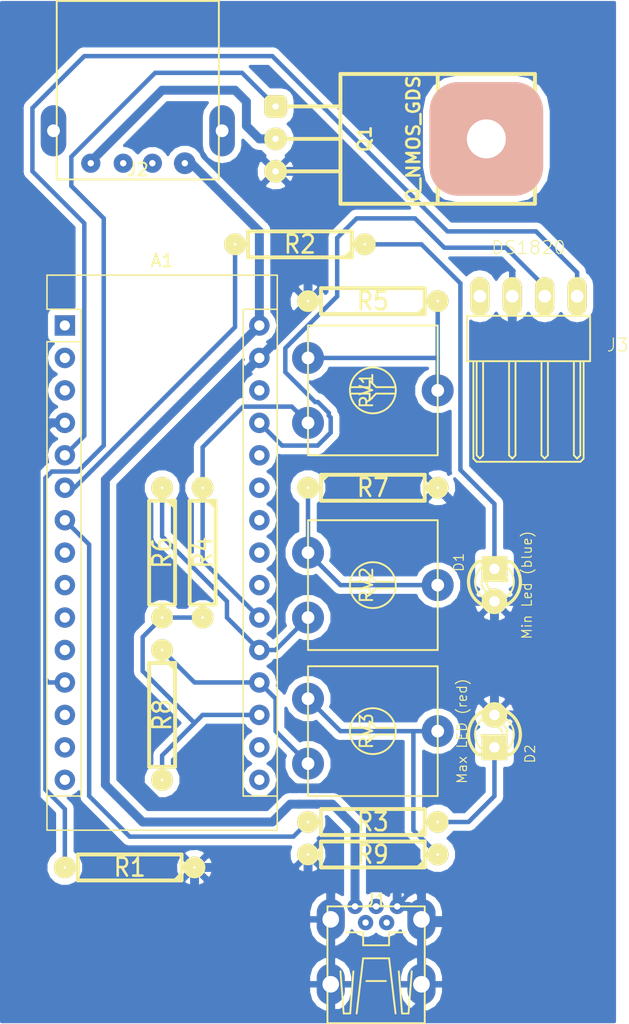
<source format=kicad_pcb>
(kicad_pcb (version 20171130) (host pcbnew 5.0.2-5.fc29)

  (general
    (thickness 1.6)
    (drawings 0)
    (tracks 175)
    (zones 0)
    (modules 19)
    (nets 43)
  )

  (page A4)
  (layers
    (0 F.Cu signal)
    (31 B.Cu signal)
    (32 B.Adhes user)
    (33 F.Adhes user)
    (34 B.Paste user)
    (35 F.Paste user)
    (36 B.SilkS user)
    (37 F.SilkS user)
    (38 B.Mask user)
    (39 F.Mask user)
    (40 Dwgs.User user)
    (41 Cmts.User user)
    (42 Eco1.User user)
    (43 Eco2.User user)
    (44 Edge.Cuts user)
    (45 Margin user)
    (46 B.CrtYd user)
    (47 F.CrtYd user)
    (48 B.Fab user)
    (49 F.Fab user)
  )

  (setup
    (last_trace_width 0.35)
    (trace_clearance 0.2)
    (zone_clearance 0.508)
    (zone_45_only no)
    (trace_min 0.2)
    (segment_width 0.2)
    (edge_width 0.15)
    (via_size 1.2)
    (via_drill 0.4)
    (via_min_size 0.5)
    (via_min_drill 0.3)
    (uvia_size 0.3)
    (uvia_drill 0.1)
    (uvias_allowed no)
    (uvia_min_size 0.2)
    (uvia_min_drill 0.1)
    (pcb_text_width 0.3)
    (pcb_text_size 1.5 1.5)
    (mod_edge_width 0.15)
    (mod_text_size 1 1)
    (mod_text_width 0.15)
    (pad_size 1.524 1.524)
    (pad_drill 0.762)
    (pad_to_mask_clearance 0.051)
    (solder_mask_min_width 0.25)
    (aux_axis_origin 0 0)
    (visible_elements FFFFFFFF)
    (pcbplotparams
      (layerselection 0x010fc_ffffffff)
      (usegerberextensions false)
      (usegerberattributes false)
      (usegerberadvancedattributes false)
      (creategerberjobfile false)
      (excludeedgelayer true)
      (linewidth 0.100000)
      (plotframeref false)
      (viasonmask false)
      (mode 1)
      (useauxorigin false)
      (hpglpennumber 1)
      (hpglpenspeed 20)
      (hpglpendiameter 15.000000)
      (psnegative false)
      (psa4output false)
      (plotreference true)
      (plotvalue true)
      (plotinvisibletext false)
      (padsonsilk false)
      (subtractmaskfromsilk false)
      (outputformat 1)
      (mirror false)
      (drillshape 1)
      (scaleselection 1)
      (outputdirectory "./"))
  )

  (net 0 "")
  (net 1 "Net-(A1-Pad1)")
  (net 2 "Net-(A1-Pad17)")
  (net 3 "Net-(A1-Pad2)")
  (net 4 "Net-(A1-Pad18)")
  (net 5 "Net-(A1-Pad3)")
  (net 6 "Net-(A1-Pad19)")
  (net 7 GND)
  (net 8 "Net-(A1-Pad20)")
  (net 9 "Net-(A1-Pad5)")
  (net 10 "Net-(A1-Pad21)")
  (net 11 "Net-(A1-Pad6)")
  (net 12 "Net-(A1-Pad22)")
  (net 13 "Net-(A1-Pad7)")
  (net 14 "Net-(A1-Pad23)")
  (net 15 "Net-(A1-Pad8)")
  (net 16 "Net-(A1-Pad24)")
  (net 17 "Net-(A1-Pad9)")
  (net 18 "Net-(A1-Pad25)")
  (net 19 "Net-(A1-Pad10)")
  (net 20 "Net-(A1-Pad26)")
  (net 21 "Net-(A1-Pad11)")
  (net 22 "Net-(A1-Pad27)")
  (net 23 "Net-(A1-Pad12)")
  (net 24 "Net-(A1-Pad28)")
  (net 25 "Net-(A1-Pad13)")
  (net 26 "Net-(A1-Pad14)")
  (net 27 "Net-(A1-Pad30)")
  (net 28 "Net-(A1-Pad15)")
  (net 29 "Net-(A1-Pad16)")
  (net 30 "Net-(D1-Pad2)")
  (net 31 "Net-(D2-Pad2)")
  (net 32 "Net-(J1-Pad2)")
  (net 33 "Net-(J1-Pad3)")
  (net 34 "Net-(J1-Pad4)")
  (net 35 "Net-(J2-Pad2)")
  (net 36 "Net-(J2-Pad3)")
  (net 37 "Net-(J2-Pad4)")
  (net 38 "Net-(J2-Pad5)")
  (net 39 "Net-(R5-Pad1)")
  (net 40 "Net-(R7-Pad1)")
  (net 41 "Net-(R9-Pad1)")
  (net 42 "Net-(J3-Pad4)")

  (net_class Default "Toto je výchozí třída sítě."
    (clearance 0.2)
    (trace_width 0.35)
    (via_dia 1.2)
    (via_drill 0.4)
    (uvia_dia 0.3)
    (uvia_drill 0.1)
    (add_net "Net-(A1-Pad1)")
    (add_net "Net-(A1-Pad10)")
    (add_net "Net-(A1-Pad11)")
    (add_net "Net-(A1-Pad12)")
    (add_net "Net-(A1-Pad13)")
    (add_net "Net-(A1-Pad14)")
    (add_net "Net-(A1-Pad15)")
    (add_net "Net-(A1-Pad16)")
    (add_net "Net-(A1-Pad17)")
    (add_net "Net-(A1-Pad18)")
    (add_net "Net-(A1-Pad19)")
    (add_net "Net-(A1-Pad2)")
    (add_net "Net-(A1-Pad20)")
    (add_net "Net-(A1-Pad21)")
    (add_net "Net-(A1-Pad22)")
    (add_net "Net-(A1-Pad23)")
    (add_net "Net-(A1-Pad24)")
    (add_net "Net-(A1-Pad25)")
    (add_net "Net-(A1-Pad26)")
    (add_net "Net-(A1-Pad27)")
    (add_net "Net-(A1-Pad28)")
    (add_net "Net-(A1-Pad3)")
    (add_net "Net-(A1-Pad5)")
    (add_net "Net-(A1-Pad6)")
    (add_net "Net-(A1-Pad7)")
    (add_net "Net-(A1-Pad8)")
    (add_net "Net-(A1-Pad9)")
    (add_net "Net-(D1-Pad2)")
    (add_net "Net-(D2-Pad2)")
    (add_net "Net-(J1-Pad2)")
    (add_net "Net-(J1-Pad3)")
    (add_net "Net-(J1-Pad4)")
    (add_net "Net-(J2-Pad2)")
    (add_net "Net-(J2-Pad3)")
    (add_net "Net-(J2-Pad5)")
    (add_net "Net-(J3-Pad4)")
    (add_net "Net-(R5-Pad1)")
    (add_net "Net-(R7-Pad1)")
    (add_net "Net-(R9-Pad1)")
  )

  (net_class power ""
    (clearance 0.2)
    (trace_width 0.7)
    (via_dia 1.2)
    (via_drill 0.4)
    (uvia_dia 0.3)
    (uvia_drill 0.1)
    (add_net GND)
    (add_net "Net-(A1-Pad30)")
    (add_net "Net-(J2-Pad4)")
  )

  (module Module:Arduino_Nano (layer F.Cu) (tedit 58ACAF70) (tstamp 5CB78F78)
    (at 139.7 80.01)
    (descr "Arduino Nano, http://www.mouser.com/pdfdocs/Gravitech_Arduino_Nano3_0.pdf")
    (tags "Arduino Nano")
    (path /5C7CF177)
    (fp_text reference A1 (at 7.62 -5.08) (layer F.SilkS)
      (effects (font (size 1 1) (thickness 0.15)))
    )
    (fp_text value Arduino_Nano_v3.x (at 8.89 19.05 90) (layer F.Fab)
      (effects (font (size 1 1) (thickness 0.15)))
    )
    (fp_line (start 16.75 42.16) (end -1.53 42.16) (layer F.CrtYd) (width 0.05))
    (fp_line (start 16.75 42.16) (end 16.75 -4.06) (layer F.CrtYd) (width 0.05))
    (fp_line (start -1.53 -4.06) (end -1.53 42.16) (layer F.CrtYd) (width 0.05))
    (fp_line (start -1.53 -4.06) (end 16.75 -4.06) (layer F.CrtYd) (width 0.05))
    (fp_line (start 16.51 -3.81) (end 16.51 39.37) (layer F.Fab) (width 0.1))
    (fp_line (start 0 -3.81) (end 16.51 -3.81) (layer F.Fab) (width 0.1))
    (fp_line (start -1.27 -2.54) (end 0 -3.81) (layer F.Fab) (width 0.1))
    (fp_line (start -1.27 39.37) (end -1.27 -2.54) (layer F.Fab) (width 0.1))
    (fp_line (start 16.51 39.37) (end -1.27 39.37) (layer F.Fab) (width 0.1))
    (fp_line (start 16.64 -3.94) (end -1.4 -3.94) (layer F.SilkS) (width 0.12))
    (fp_line (start 16.64 39.5) (end 16.64 -3.94) (layer F.SilkS) (width 0.12))
    (fp_line (start -1.4 39.5) (end 16.64 39.5) (layer F.SilkS) (width 0.12))
    (fp_line (start 3.81 41.91) (end 3.81 31.75) (layer F.Fab) (width 0.1))
    (fp_line (start 11.43 41.91) (end 3.81 41.91) (layer F.Fab) (width 0.1))
    (fp_line (start 11.43 31.75) (end 11.43 41.91) (layer F.Fab) (width 0.1))
    (fp_line (start 3.81 31.75) (end 11.43 31.75) (layer F.Fab) (width 0.1))
    (fp_line (start 1.27 36.83) (end -1.4 36.83) (layer F.SilkS) (width 0.12))
    (fp_line (start 1.27 1.27) (end 1.27 36.83) (layer F.SilkS) (width 0.12))
    (fp_line (start 1.27 1.27) (end -1.4 1.27) (layer F.SilkS) (width 0.12))
    (fp_line (start 13.97 36.83) (end 16.64 36.83) (layer F.SilkS) (width 0.12))
    (fp_line (start 13.97 -1.27) (end 13.97 36.83) (layer F.SilkS) (width 0.12))
    (fp_line (start 13.97 -1.27) (end 16.64 -1.27) (layer F.SilkS) (width 0.12))
    (fp_line (start -1.4 -3.94) (end -1.4 -1.27) (layer F.SilkS) (width 0.12))
    (fp_line (start -1.4 1.27) (end -1.4 39.5) (layer F.SilkS) (width 0.12))
    (fp_line (start 1.27 -1.27) (end -1.4 -1.27) (layer F.SilkS) (width 0.12))
    (fp_line (start 1.27 1.27) (end 1.27 -1.27) (layer F.SilkS) (width 0.12))
    (fp_text user %R (at 6.35 19.05 90) (layer F.Fab)
      (effects (font (size 1 1) (thickness 0.15)))
    )
    (pad 16 thru_hole oval (at 15.24 35.56) (size 1.6 1.6) (drill 0.8) (layers *.Cu *.Mask)
      (net 29 "Net-(A1-Pad16)"))
    (pad 15 thru_hole oval (at 0 35.56) (size 1.6 1.6) (drill 0.8) (layers *.Cu *.Mask)
      (net 28 "Net-(A1-Pad15)"))
    (pad 30 thru_hole oval (at 15.24 0) (size 1.6 1.6) (drill 0.8) (layers *.Cu *.Mask)
      (net 27 "Net-(A1-Pad30)"))
    (pad 14 thru_hole oval (at 0 33.02) (size 1.6 1.6) (drill 0.8) (layers *.Cu *.Mask)
      (net 26 "Net-(A1-Pad14)"))
    (pad 29 thru_hole oval (at 15.24 2.54) (size 1.6 1.6) (drill 0.8) (layers *.Cu *.Mask)
      (net 7 GND))
    (pad 13 thru_hole oval (at 0 30.48) (size 1.6 1.6) (drill 0.8) (layers *.Cu *.Mask)
      (net 25 "Net-(A1-Pad13)"))
    (pad 28 thru_hole oval (at 15.24 5.08) (size 1.6 1.6) (drill 0.8) (layers *.Cu *.Mask)
      (net 24 "Net-(A1-Pad28)"))
    (pad 12 thru_hole oval (at 0 27.94) (size 1.6 1.6) (drill 0.8) (layers *.Cu *.Mask)
      (net 23 "Net-(A1-Pad12)"))
    (pad 27 thru_hole oval (at 15.24 7.62) (size 1.6 1.6) (drill 0.8) (layers *.Cu *.Mask)
      (net 22 "Net-(A1-Pad27)"))
    (pad 11 thru_hole oval (at 0 25.4) (size 1.6 1.6) (drill 0.8) (layers *.Cu *.Mask)
      (net 21 "Net-(A1-Pad11)"))
    (pad 26 thru_hole oval (at 15.24 10.16) (size 1.6 1.6) (drill 0.8) (layers *.Cu *.Mask)
      (net 20 "Net-(A1-Pad26)"))
    (pad 10 thru_hole oval (at 0 22.86) (size 1.6 1.6) (drill 0.8) (layers *.Cu *.Mask)
      (net 19 "Net-(A1-Pad10)"))
    (pad 25 thru_hole oval (at 15.24 12.7) (size 1.6 1.6) (drill 0.8) (layers *.Cu *.Mask)
      (net 18 "Net-(A1-Pad25)"))
    (pad 9 thru_hole oval (at 0 20.32) (size 1.6 1.6) (drill 0.8) (layers *.Cu *.Mask)
      (net 17 "Net-(A1-Pad9)"))
    (pad 24 thru_hole oval (at 15.24 15.24) (size 1.6 1.6) (drill 0.8) (layers *.Cu *.Mask)
      (net 16 "Net-(A1-Pad24)"))
    (pad 8 thru_hole oval (at 0 17.78) (size 1.6 1.6) (drill 0.8) (layers *.Cu *.Mask)
      (net 15 "Net-(A1-Pad8)"))
    (pad 23 thru_hole oval (at 15.24 17.78) (size 1.6 1.6) (drill 0.8) (layers *.Cu *.Mask)
      (net 14 "Net-(A1-Pad23)"))
    (pad 7 thru_hole oval (at 0 15.24) (size 1.6 1.6) (drill 0.8) (layers *.Cu *.Mask)
      (net 13 "Net-(A1-Pad7)"))
    (pad 22 thru_hole oval (at 15.24 20.32) (size 1.6 1.6) (drill 0.8) (layers *.Cu *.Mask)
      (net 12 "Net-(A1-Pad22)"))
    (pad 6 thru_hole oval (at 0 12.7) (size 1.6 1.6) (drill 0.8) (layers *.Cu *.Mask)
      (net 11 "Net-(A1-Pad6)"))
    (pad 21 thru_hole oval (at 15.24 22.86) (size 1.6 1.6) (drill 0.8) (layers *.Cu *.Mask)
      (net 10 "Net-(A1-Pad21)"))
    (pad 5 thru_hole oval (at 0 10.16) (size 1.6 1.6) (drill 0.8) (layers *.Cu *.Mask)
      (net 9 "Net-(A1-Pad5)"))
    (pad 20 thru_hole oval (at 15.24 25.4) (size 1.6 1.6) (drill 0.8) (layers *.Cu *.Mask)
      (net 8 "Net-(A1-Pad20)"))
    (pad 4 thru_hole oval (at 0 7.62) (size 1.6 1.6) (drill 0.8) (layers *.Cu *.Mask)
      (net 7 GND))
    (pad 19 thru_hole oval (at 15.24 27.94) (size 1.6 1.6) (drill 0.8) (layers *.Cu *.Mask)
      (net 6 "Net-(A1-Pad19)"))
    (pad 3 thru_hole oval (at 0 5.08) (size 1.6 1.6) (drill 0.8) (layers *.Cu *.Mask)
      (net 5 "Net-(A1-Pad3)"))
    (pad 18 thru_hole oval (at 15.24 30.48) (size 1.6 1.6) (drill 0.8) (layers *.Cu *.Mask)
      (net 4 "Net-(A1-Pad18)"))
    (pad 2 thru_hole oval (at 0 2.54) (size 1.6 1.6) (drill 0.8) (layers *.Cu *.Mask)
      (net 3 "Net-(A1-Pad2)"))
    (pad 17 thru_hole oval (at 15.24 33.02) (size 1.6 1.6) (drill 0.8) (layers *.Cu *.Mask)
      (net 2 "Net-(A1-Pad17)"))
    (pad 1 thru_hole rect (at 0 0) (size 1.6 1.6) (drill 0.8) (layers *.Cu *.Mask)
      (net 1 "Net-(A1-Pad1)"))
    (model ${KISYS3DMOD}/Module.3dshapes/Arduino_Nano_WithMountingHoles.wrl
      (at (xyz 0 0 0))
      (scale (xyz 1 1 1))
      (rotate (xyz 0 0 0))
    )
  )

  (module sewer:LED-3MM-Large-pads (layer F.Cu) (tedit 5526493F) (tstamp 5CB78F91)
    (at 173.355 100.33 90)
    (descr "LED 3mm - Lead pitch 100mil (2,54mm)")
    (tags "LED led 3mm 3MM 100mil 2,54mm")
    (path /5C7D20DD)
    (fp_text reference D1 (at 1.778 -2.794 90) (layer F.SilkS)
      (effects (font (size 0.762 0.762) (thickness 0.0889)))
    )
    (fp_text value "Min Led (blue)" (at 0 2.54 90) (layer F.SilkS)
      (effects (font (size 0.762 0.762) (thickness 0.0889)))
    )
    (fp_arc (start 0.254 0) (end -1.47574 1.06426) (angle 31.6) (layer F.SilkS) (width 0.254))
    (fp_arc (start 0.254 0) (end -1.778 0) (angle 28.3) (layer F.SilkS) (width 0.254))
    (fp_arc (start 0.254 0) (end 0.254 2.032) (angle 60.2) (layer F.SilkS) (width 0.254))
    (fp_arc (start 0.254 0) (end 1.8034 1.31064) (angle 49.7) (layer F.SilkS) (width 0.254))
    (fp_arc (start 0.254 0) (end -1.5367 -0.95504) (angle 61.9) (layer F.SilkS) (width 0.254))
    (fp_arc (start 0.254 0) (end 0.254 -2.032) (angle 50.1) (layer F.SilkS) (width 0.254))
    (fp_arc (start 0.254 0) (end 1.27 0) (angle 90) (layer F.SilkS) (width 0.1524))
    (fp_arc (start 0.254 0) (end 0.889 0) (angle 90) (layer F.SilkS) (width 0.1524))
    (fp_arc (start 0.254 0) (end -0.762 0) (angle 90) (layer F.SilkS) (width 0.1524))
    (fp_arc (start 0.254 0) (end -0.381 0) (angle 90) (layer F.SilkS) (width 0.1524))
    (fp_arc (start 0.254 0) (end 0.254 1.524) (angle 52.1) (layer F.SilkS) (width 0.1524))
    (fp_arc (start 0.254 0) (end 1.45542 0.93472) (angle 52.1) (layer F.SilkS) (width 0.1524))
    (fp_arc (start 0.254 0) (end -0.9652 -0.9144) (angle 53.1) (layer F.SilkS) (width 0.1524))
    (fp_arc (start 0.254 0) (end 0.254 -1.524) (angle 54.4) (layer F.SilkS) (width 0.1524))
    (fp_arc (start 0.254 0) (end 1.778 0) (angle 39.8) (layer F.SilkS) (width 0.1524))
    (fp_arc (start 0.254 0) (end 1.4097 -0.9906) (angle 40.6) (layer F.SilkS) (width 0.1524))
    (fp_arc (start 0.254 0) (end -0.88392 1.01092) (angle 41.6) (layer F.SilkS) (width 0.1524))
    (fp_arc (start 0.254 0) (end -1.27 0) (angle 39.8) (layer F.SilkS) (width 0.1524))
    (fp_line (start 1.8288 1.27) (end 1.8288 -1.27) (layer F.SilkS) (width 0.254))
    (pad 2 thru_hole rect (at 1.27 0 90) (size 2 2) (drill 0.8128) (layers *.Cu *.Mask F.SilkS)
      (net 30 "Net-(D1-Pad2)"))
    (pad 1 thru_hole circle (at -1.27 0 90) (size 2 2) (drill 0.8128) (layers *.Cu *.Mask F.SilkS)
      (net 7 GND))
    (model discret/leds/led3_vertical_verde.wrl
      (at (xyz 0 0 0))
      (scale (xyz 1 1 1))
      (rotate (xyz 0 0 0))
    )
  )

  (module sewer:LED-3MM-Large-pads (layer F.Cu) (tedit 5526493F) (tstamp 5CB78FAA)
    (at 173.355 111.76 270)
    (descr "LED 3mm - Lead pitch 100mil (2,54mm)")
    (tags "LED led 3mm 3MM 100mil 2,54mm")
    (path /5C7D1FAF)
    (fp_text reference D2 (at 1.778 -2.794 270) (layer F.SilkS)
      (effects (font (size 0.762 0.762) (thickness 0.0889)))
    )
    (fp_text value "Max LED (red)" (at 0 2.54 270) (layer F.SilkS)
      (effects (font (size 0.762 0.762) (thickness 0.0889)))
    )
    (fp_arc (start 0.254 0) (end -1.47574 1.06426) (angle 31.6) (layer F.SilkS) (width 0.254))
    (fp_arc (start 0.254 0) (end -1.778 0) (angle 28.3) (layer F.SilkS) (width 0.254))
    (fp_arc (start 0.254 0) (end 0.254 2.032) (angle 60.2) (layer F.SilkS) (width 0.254))
    (fp_arc (start 0.254 0) (end 1.8034 1.31064) (angle 49.7) (layer F.SilkS) (width 0.254))
    (fp_arc (start 0.254 0) (end -1.5367 -0.95504) (angle 61.9) (layer F.SilkS) (width 0.254))
    (fp_arc (start 0.254 0) (end 0.254 -2.032) (angle 50.1) (layer F.SilkS) (width 0.254))
    (fp_arc (start 0.254 0) (end 1.27 0) (angle 90) (layer F.SilkS) (width 0.1524))
    (fp_arc (start 0.254 0) (end 0.889 0) (angle 90) (layer F.SilkS) (width 0.1524))
    (fp_arc (start 0.254 0) (end -0.762 0) (angle 90) (layer F.SilkS) (width 0.1524))
    (fp_arc (start 0.254 0) (end -0.381 0) (angle 90) (layer F.SilkS) (width 0.1524))
    (fp_arc (start 0.254 0) (end 0.254 1.524) (angle 52.1) (layer F.SilkS) (width 0.1524))
    (fp_arc (start 0.254 0) (end 1.45542 0.93472) (angle 52.1) (layer F.SilkS) (width 0.1524))
    (fp_arc (start 0.254 0) (end -0.9652 -0.9144) (angle 53.1) (layer F.SilkS) (width 0.1524))
    (fp_arc (start 0.254 0) (end 0.254 -1.524) (angle 54.4) (layer F.SilkS) (width 0.1524))
    (fp_arc (start 0.254 0) (end 1.778 0) (angle 39.8) (layer F.SilkS) (width 0.1524))
    (fp_arc (start 0.254 0) (end 1.4097 -0.9906) (angle 40.6) (layer F.SilkS) (width 0.1524))
    (fp_arc (start 0.254 0) (end -0.88392 1.01092) (angle 41.6) (layer F.SilkS) (width 0.1524))
    (fp_arc (start 0.254 0) (end -1.27 0) (angle 39.8) (layer F.SilkS) (width 0.1524))
    (fp_line (start 1.8288 1.27) (end 1.8288 -1.27) (layer F.SilkS) (width 0.254))
    (pad 2 thru_hole rect (at 1.27 0 270) (size 2 2) (drill 0.8128) (layers *.Cu *.Mask F.SilkS)
      (net 31 "Net-(D2-Pad2)"))
    (pad 1 thru_hole circle (at -1.27 0 270) (size 2 2) (drill 0.8128) (layers *.Cu *.Mask F.SilkS)
      (net 7 GND))
    (model discret/leds/led3_vertical_verde.wrl
      (at (xyz 0 0 0))
      (scale (xyz 1 1 1))
      (rotate (xyz 0 0 0))
    )
  )

  (module sewer:USB-mini (layer F.Cu) (tedit 5C7E9E4A) (tstamp 5C8C1FEB)
    (at 164.084 125.476 180)
    (path /5C7DAD5F)
    (fp_text reference J1 (at 0 0.5 180) (layer F.SilkS)
      (effects (font (size 1 1) (thickness 0.15)))
    )
    (fp_text value "Power In" (at 0 -0.5 180) (layer F.Fab)
      (effects (font (size 1 1) (thickness 0.15)))
    )
    (fp_line (start 1.016 -2.032) (end 2.286 -2.032) (layer F.SilkS) (width 0.15))
    (fp_line (start 1.016 -3.048) (end 1.016 -2.032) (layer F.SilkS) (width 0.15))
    (fp_line (start -1.016 -3.048) (end 1.016 -3.048) (layer F.SilkS) (width 0.15))
    (fp_line (start -1.016 -2.032) (end -1.016 -3.048) (layer F.SilkS) (width 0.15))
    (fp_line (start -2.286 -2.032) (end -1.016 -2.032) (layer F.SilkS) (width 0.15))
    (fp_line (start -0.762 -5.842) (end 0.762 -5.842) (layer F.SilkS) (width 0.15))
    (fp_line (start 1.016 -4.064) (end 1.524 -8.382) (layer F.SilkS) (width 0.15))
    (fp_line (start -1.016 -4.064) (end 1.016 -4.064) (layer F.SilkS) (width 0.15))
    (fp_line (start -1.524 -8.382) (end -1.016 -4.064) (layer F.SilkS) (width 0.15))
    (fp_line (start 2.032 -8.382) (end 2.54 -8.382) (layer F.SilkS) (width 0.15))
    (fp_line (start 2.032 -8.382) (end 1.778 -5.08) (layer F.SilkS) (width 0.15))
    (fp_line (start 2.794 -5.08) (end 2.54 -8.382) (layer F.SilkS) (width 0.15))
    (fp_line (start -2.032 -8.382) (end -1.778 -5.08) (layer F.SilkS) (width 0.15))
    (fp_line (start -2.54 -8.382) (end -2.032 -8.382) (layer F.SilkS) (width 0.15))
    (fp_line (start -2.794 -5.08) (end -2.54 -8.382) (layer F.SilkS) (width 0.15))
    (fp_line (start -3.81 0) (end 3.81 0) (layer F.SilkS) (width 0.15))
    (fp_line (start -3.81 -9.144) (end -3.81 0) (layer F.SilkS) (width 0.15))
    (fp_line (start 3.81 -9.144) (end -3.81 -9.144) (layer F.SilkS) (width 0.15))
    (fp_line (start 3.81 0) (end 3.81 -9.144) (layer F.SilkS) (width 0.15))
    (pad 6 thru_hole oval (at 3.556 -1.016 180) (size 2.2 3.2) (drill 1.3) (layers *.Cu *.Mask)
      (net 7 GND))
    (pad 6 thru_hole oval (at 3.556 -6.096 180) (size 2.2 3.2) (drill 1.3) (layers *.Cu *.Mask)
      (net 7 GND))
    (pad 6 thru_hole oval (at -3.556 -1.016 180) (size 2.2 3.2) (drill 1.3) (layers *.Cu *.Mask)
      (net 7 GND))
    (pad 6 thru_hole oval (at -3.556 -6.096 180) (size 2.2 3.2) (drill 1.3) (layers *.Cu *.Mask)
      (net 7 GND))
    (pad 5 thru_hole circle (at -1.651 0 180) (size 1.2 1.2) (drill 0.5) (layers *.Cu *.Mask)
      (net 7 GND))
    (pad 4 thru_hole circle (at -0.8255 -1.27 180) (size 1.2 1.2) (drill 0.5) (layers *.Cu *.Mask)
      (net 34 "Net-(J1-Pad4)"))
    (pad 3 thru_hole circle (at 0 0 180) (size 1.2 1.2) (drill 0.5) (layers *.Cu *.Mask)
      (net 33 "Net-(J1-Pad3)"))
    (pad 2 thru_hole circle (at 0.8255 -1.27 180) (size 1.2 1.2) (drill 0.5) (layers *.Cu *.Mask)
      (net 32 "Net-(J1-Pad2)"))
    (pad 1 thru_hole circle (at 1.651 0 180) (size 1.2 1.2) (drill 0.5) (layers *.Cu *.Mask)
      (net 27 "Net-(A1-Pad30)"))
  )

  (module sewer:USB-A (layer F.Cu) (tedit 5C7E9E21) (tstamp 5CB7B0D9)
    (at 145.415 67.31)
    (path /5C7D47D9)
    (fp_text reference J2 (at 0 0.5) (layer F.SilkS)
      (effects (font (size 1 1) (thickness 0.15)))
    )
    (fp_text value "Thermo Out" (at 0 -0.5) (layer F.Fab)
      (effects (font (size 1 1) (thickness 0.15)))
    )
    (fp_line (start -6.35 1.27) (end 6.35 1.27) (layer F.SilkS) (width 0.15))
    (fp_line (start -6.35 -12.7) (end -6.35 1.27) (layer F.SilkS) (width 0.15))
    (fp_line (start 6.35 -12.7) (end -6.35 -12.7) (layer F.SilkS) (width 0.15))
    (fp_line (start 6.35 1.27) (end 6.35 -12.7) (layer F.SilkS) (width 0.15))
    (pad 5 thru_hole oval (at -6.604 -2.54) (size 2 4) (drill 1) (layers *.Cu *.Mask)
      (net 38 "Net-(J2-Pad5)"))
    (pad 5 thru_hole oval (at 6.604 -2.54) (size 2 4) (drill 1) (layers *.Cu *.Mask)
      (net 38 "Net-(J2-Pad5)"))
    (pad 4 thru_hole circle (at -3.683 0) (size 1.5 1.5) (drill 0.5) (layers *.Cu *.Mask)
      (net 37 "Net-(J2-Pad4)"))
    (pad 3 thru_hole circle (at -1.143 0) (size 1.5 1.5) (drill 0.5) (layers *.Cu *.Mask)
      (net 36 "Net-(J2-Pad3)"))
    (pad 2 thru_hole circle (at 1.143 0) (size 1.5 1.5) (drill 0.5) (layers *.Cu *.Mask)
      (net 35 "Net-(J2-Pad2)"))
    (pad 1 thru_hole circle (at 3.683 0) (size 1.7 1.7) (drill 0.5) (layers *.Cu *.Mask)
      (net 27 "Net-(A1-Pad30)"))
  )

  (module sewer:TO220-123 (layer F.Cu) (tedit 5C7D4EDB) (tstamp 5CB79059)
    (at 156.21 65.405)
    (descr "Transistor TO 220")
    (tags "TR TO220 DEV")
    (path /5C7D4CDC)
    (fp_text reference Q1 (at 6.985 0 90) (layer F.SilkS)
      (effects (font (size 1.016 1.016) (thickness 0.2032)))
    )
    (fp_text value Q_NMOS_GDS (at 10.795 0 90) (layer F.SilkS)
      (effects (font (size 1.016 1.016) (thickness 0.2032)))
    )
    (fp_line (start 12.7 3.81) (end 12.7 5.08) (layer F.SilkS) (width 0.3048))
    (fp_line (start 12.7 3.81) (end 12.7 -5.08) (layer F.SilkS) (width 0.3048))
    (fp_line (start 5.08 -5.08) (end 5.08 5.08) (layer F.SilkS) (width 0.3048))
    (fp_line (start 20.32 -5.08) (end 5.08 -5.08) (layer F.SilkS) (width 0.3048))
    (fp_line (start 20.32 5.08) (end 20.32 -5.08) (layer F.SilkS) (width 0.3048))
    (fp_line (start 5.08 5.08) (end 20.32 5.08) (layer F.SilkS) (width 0.3048))
    (fp_line (start 0 2.54) (end 5.08 2.54) (layer F.SilkS) (width 0.3048))
    (fp_line (start 0 0) (end 5.08 0) (layer F.SilkS) (width 0.3048))
    (fp_line (start 0 -2.54) (end 5.08 -2.54) (layer F.SilkS) (width 0.3048))
    (pad 4 thru_hole roundrect (at 16.51 0) (size 8.89 8.89) (drill 3.048) (layers *.Cu *.SilkS *.Mask) (roundrect_rratio 0.25))
    (pad 2 thru_hole circle (at 0 0) (size 1.778 1.778) (drill 0.5) (layers *.Cu *.Mask F.SilkS)
      (net 37 "Net-(J2-Pad4)"))
    (pad 1 thru_hole roundrect (at 0 -2.54) (size 1.778 1.778) (drill 0.5) (layers *.Cu *.Mask F.SilkS) (roundrect_rratio 0.25)
      (net 23 "Net-(A1-Pad12)"))
    (pad 3 thru_hole circle (at 0 2.54) (size 1.778 1.778) (drill 0.5) (layers *.Cu *.Mask F.SilkS)
      (net 7 GND))
    (model discret/to220_horiz.wrl
      (at (xyz 0 0 0))
      (scale (xyz 1 1 1))
      (rotate (xyz 0 0 0))
    )
  )

  (module sewer:R4_LARGE_PADS (layer F.Cu) (tedit 54AD33C6) (tstamp 5CB7A848)
    (at 144.78 122.428 180)
    (descr "Resitance 4 pas")
    (tags R)
    (path /5C7D8DBB)
    (autoplace_cost180 10)
    (fp_text reference R1 (at 0 0 180) (layer F.SilkS)
      (effects (font (size 1.397 1.27) (thickness 0.2032)))
    )
    (fp_text value 1k (at 0 0 180) (layer F.SilkS) hide
      (effects (font (size 1.397 1.27) (thickness 0.2032)))
    )
    (fp_line (start 5.08 0) (end 4.064 0) (layer F.SilkS) (width 0.3048))
    (fp_line (start -4.064 -0.508) (end -3.556 -1.016) (layer F.SilkS) (width 0.3048))
    (fp_line (start -4.064 1.016) (end -4.064 0) (layer F.SilkS) (width 0.3048))
    (fp_line (start 4.064 1.016) (end -4.064 1.016) (layer F.SilkS) (width 0.3048))
    (fp_line (start 4.064 -1.016) (end 4.064 1.016) (layer F.SilkS) (width 0.3048))
    (fp_line (start -4.064 -1.016) (end 4.064 -1.016) (layer F.SilkS) (width 0.3048))
    (fp_line (start -4.064 0) (end -4.064 -1.016) (layer F.SilkS) (width 0.3048))
    (fp_line (start -5.08 0) (end -4.064 0) (layer F.SilkS) (width 0.3048))
    (pad 2 thru_hole circle (at 5.08 0 180) (size 1.7 1.7) (drill 0.2) (layers *.Cu *.Mask F.SilkS)
      (net 23 "Net-(A1-Pad12)"))
    (pad 1 thru_hole circle (at -5.08 0 180) (size 1.7 1.7) (drill 0.2) (layers *.Cu *.Mask F.SilkS)
      (net 7 GND))
    (model discret/resistor.wrl
      (at (xyz 0 0 0))
      (scale (xyz 0.4 0.4 0.4))
      (rotate (xyz 0 0 0))
    )
  )

  (module sewer:R4_LARGE_PADS (layer F.Cu) (tedit 54AD33C6) (tstamp 5CB79C35)
    (at 158.115 73.66 180)
    (descr "Resitance 4 pas")
    (tags R)
    (path /5C7D1F20)
    (autoplace_cost180 10)
    (fp_text reference R2 (at 0 0 180) (layer F.SilkS)
      (effects (font (size 1.397 1.27) (thickness 0.2032)))
    )
    (fp_text value 1k (at 0 0 180) (layer F.SilkS) hide
      (effects (font (size 1.397 1.27) (thickness 0.2032)))
    )
    (fp_line (start 5.08 0) (end 4.064 0) (layer F.SilkS) (width 0.3048))
    (fp_line (start -4.064 -0.508) (end -3.556 -1.016) (layer F.SilkS) (width 0.3048))
    (fp_line (start -4.064 1.016) (end -4.064 0) (layer F.SilkS) (width 0.3048))
    (fp_line (start 4.064 1.016) (end -4.064 1.016) (layer F.SilkS) (width 0.3048))
    (fp_line (start 4.064 -1.016) (end 4.064 1.016) (layer F.SilkS) (width 0.3048))
    (fp_line (start -4.064 -1.016) (end 4.064 -1.016) (layer F.SilkS) (width 0.3048))
    (fp_line (start -4.064 0) (end -4.064 -1.016) (layer F.SilkS) (width 0.3048))
    (fp_line (start -5.08 0) (end -4.064 0) (layer F.SilkS) (width 0.3048))
    (pad 2 thru_hole circle (at 5.08 0 180) (size 1.7 1.7) (drill 0.2) (layers *.Cu *.Mask F.SilkS)
      (net 11 "Net-(A1-Pad6)"))
    (pad 1 thru_hole circle (at -5.08 0 180) (size 1.7 1.7) (drill 0.2) (layers *.Cu *.Mask F.SilkS)
      (net 30 "Net-(D1-Pad2)"))
    (model discret/resistor.wrl
      (at (xyz 0 0 0))
      (scale (xyz 0.4 0.4 0.4))
      (rotate (xyz 0 0 0))
    )
  )

  (module sewer:R4_LARGE_PADS (layer F.Cu) (tedit 54AD33C6) (tstamp 5C7E8912)
    (at 163.83 118.872 180)
    (descr "Resitance 4 pas")
    (tags R)
    (path /5C7D1E3A)
    (autoplace_cost180 10)
    (fp_text reference R3 (at 0 0 180) (layer F.SilkS)
      (effects (font (size 1.397 1.27) (thickness 0.2032)))
    )
    (fp_text value 1k (at 0 0 180) (layer F.SilkS) hide
      (effects (font (size 1.397 1.27) (thickness 0.2032)))
    )
    (fp_line (start 5.08 0) (end 4.064 0) (layer F.SilkS) (width 0.3048))
    (fp_line (start -4.064 -0.508) (end -3.556 -1.016) (layer F.SilkS) (width 0.3048))
    (fp_line (start -4.064 1.016) (end -4.064 0) (layer F.SilkS) (width 0.3048))
    (fp_line (start 4.064 1.016) (end -4.064 1.016) (layer F.SilkS) (width 0.3048))
    (fp_line (start 4.064 -1.016) (end 4.064 1.016) (layer F.SilkS) (width 0.3048))
    (fp_line (start -4.064 -1.016) (end 4.064 -1.016) (layer F.SilkS) (width 0.3048))
    (fp_line (start -4.064 0) (end -4.064 -1.016) (layer F.SilkS) (width 0.3048))
    (fp_line (start -5.08 0) (end -4.064 0) (layer F.SilkS) (width 0.3048))
    (pad 2 thru_hole circle (at 5.08 0 180) (size 1.7 1.7) (drill 0.2) (layers *.Cu *.Mask F.SilkS)
      (net 13 "Net-(A1-Pad7)"))
    (pad 1 thru_hole circle (at -5.08 0 180) (size 1.7 1.7) (drill 0.2) (layers *.Cu *.Mask F.SilkS)
      (net 31 "Net-(D2-Pad2)"))
    (model discret/resistor.wrl
      (at (xyz 0 0 0))
      (scale (xyz 0.4 0.4 0.4))
      (rotate (xyz 0 0 0))
    )
  )

  (module sewer:R4_LARGE_PADS (layer F.Cu) (tedit 54AD33C6) (tstamp 5CB7A974)
    (at 150.495 97.79 270)
    (descr "Resitance 4 pas")
    (tags R)
    (path /5C7D0305)
    (autoplace_cost180 10)
    (fp_text reference R4 (at 0 0 270) (layer F.SilkS)
      (effects (font (size 1.397 1.27) (thickness 0.2032)))
    )
    (fp_text value 220R (at 0 0 270) (layer F.SilkS) hide
      (effects (font (size 1.397 1.27) (thickness 0.2032)))
    )
    (fp_line (start 5.08 0) (end 4.064 0) (layer F.SilkS) (width 0.3048))
    (fp_line (start -4.064 -0.508) (end -3.556 -1.016) (layer F.SilkS) (width 0.3048))
    (fp_line (start -4.064 1.016) (end -4.064 0) (layer F.SilkS) (width 0.3048))
    (fp_line (start 4.064 1.016) (end -4.064 1.016) (layer F.SilkS) (width 0.3048))
    (fp_line (start 4.064 -1.016) (end 4.064 1.016) (layer F.SilkS) (width 0.3048))
    (fp_line (start -4.064 -1.016) (end 4.064 -1.016) (layer F.SilkS) (width 0.3048))
    (fp_line (start -4.064 0) (end -4.064 -1.016) (layer F.SilkS) (width 0.3048))
    (fp_line (start -5.08 0) (end -4.064 0) (layer F.SilkS) (width 0.3048))
    (pad 2 thru_hole circle (at 5.08 0 270) (size 1.7 1.7) (drill 0.2) (layers *.Cu *.Mask F.SilkS)
      (net 4 "Net-(A1-Pad18)"))
    (pad 1 thru_hole circle (at -5.08 0 270) (size 1.7 1.7) (drill 0.2) (layers *.Cu *.Mask F.SilkS)
      (net 10 "Net-(A1-Pad21)"))
    (model discret/resistor.wrl
      (at (xyz 0 0 0))
      (scale (xyz 0.4 0.4 0.4))
      (rotate (xyz 0 0 0))
    )
  )

  (module sewer:R4_LARGE_PADS (layer F.Cu) (tedit 54AD33C6) (tstamp 5CB7A1DF)
    (at 163.83 78.105 180)
    (descr "Resitance 4 pas")
    (tags R)
    (path /5C7D087B)
    (autoplace_cost180 10)
    (fp_text reference R5 (at 0 0 180) (layer F.SilkS)
      (effects (font (size 1.397 1.27) (thickness 0.2032)))
    )
    (fp_text value 220R (at 0 0 180) (layer F.SilkS) hide
      (effects (font (size 1.397 1.27) (thickness 0.2032)))
    )
    (fp_line (start 5.08 0) (end 4.064 0) (layer F.SilkS) (width 0.3048))
    (fp_line (start -4.064 -0.508) (end -3.556 -1.016) (layer F.SilkS) (width 0.3048))
    (fp_line (start -4.064 1.016) (end -4.064 0) (layer F.SilkS) (width 0.3048))
    (fp_line (start 4.064 1.016) (end -4.064 1.016) (layer F.SilkS) (width 0.3048))
    (fp_line (start 4.064 -1.016) (end 4.064 1.016) (layer F.SilkS) (width 0.3048))
    (fp_line (start -4.064 -1.016) (end 4.064 -1.016) (layer F.SilkS) (width 0.3048))
    (fp_line (start -4.064 0) (end -4.064 -1.016) (layer F.SilkS) (width 0.3048))
    (fp_line (start -5.08 0) (end -4.064 0) (layer F.SilkS) (width 0.3048))
    (pad 2 thru_hole circle (at 5.08 0 180) (size 1.7 1.7) (drill 0.2) (layers *.Cu *.Mask F.SilkS)
      (net 7 GND))
    (pad 1 thru_hole circle (at -5.08 0 180) (size 1.7 1.7) (drill 0.2) (layers *.Cu *.Mask F.SilkS)
      (net 39 "Net-(R5-Pad1)"))
    (model discret/resistor.wrl
      (at (xyz 0 0 0))
      (scale (xyz 0.4 0.4 0.4))
      (rotate (xyz 0 0 0))
    )
  )

  (module sewer:R4_LARGE_PADS (layer F.Cu) (tedit 54AD33C6) (tstamp 5CB790AD)
    (at 147.32 97.79 270)
    (descr "Resitance 4 pas")
    (tags R)
    (path /5C7D03A1)
    (autoplace_cost180 10)
    (fp_text reference R6 (at 0 0 270) (layer F.SilkS)
      (effects (font (size 1.397 1.27) (thickness 0.2032)))
    )
    (fp_text value 220R (at 0 0 270) (layer F.SilkS) hide
      (effects (font (size 1.397 1.27) (thickness 0.2032)))
    )
    (fp_line (start 5.08 0) (end 4.064 0) (layer F.SilkS) (width 0.3048))
    (fp_line (start -4.064 -0.508) (end -3.556 -1.016) (layer F.SilkS) (width 0.3048))
    (fp_line (start -4.064 1.016) (end -4.064 0) (layer F.SilkS) (width 0.3048))
    (fp_line (start 4.064 1.016) (end -4.064 1.016) (layer F.SilkS) (width 0.3048))
    (fp_line (start 4.064 -1.016) (end 4.064 1.016) (layer F.SilkS) (width 0.3048))
    (fp_line (start -4.064 -1.016) (end 4.064 -1.016) (layer F.SilkS) (width 0.3048))
    (fp_line (start -4.064 0) (end -4.064 -1.016) (layer F.SilkS) (width 0.3048))
    (fp_line (start -5.08 0) (end -4.064 0) (layer F.SilkS) (width 0.3048))
    (pad 2 thru_hole circle (at 5.08 0 270) (size 1.7 1.7) (drill 0.2) (layers *.Cu *.Mask F.SilkS)
      (net 4 "Net-(A1-Pad18)"))
    (pad 1 thru_hole circle (at -5.08 0 270) (size 1.7 1.7) (drill 0.2) (layers *.Cu *.Mask F.SilkS)
      (net 8 "Net-(A1-Pad20)"))
    (model discret/resistor.wrl
      (at (xyz 0 0 0))
      (scale (xyz 0.4 0.4 0.4))
      (rotate (xyz 0 0 0))
    )
  )

  (module sewer:R4_LARGE_PADS (layer F.Cu) (tedit 54AD33C6) (tstamp 5CB790BB)
    (at 163.83 92.71)
    (descr "Resitance 4 pas")
    (tags R)
    (path /5C7D08B9)
    (autoplace_cost180 10)
    (fp_text reference R7 (at 0 0) (layer F.SilkS)
      (effects (font (size 1.397 1.27) (thickness 0.2032)))
    )
    (fp_text value 220R (at 0 0) (layer F.SilkS) hide
      (effects (font (size 1.397 1.27) (thickness 0.2032)))
    )
    (fp_line (start 5.08 0) (end 4.064 0) (layer F.SilkS) (width 0.3048))
    (fp_line (start -4.064 -0.508) (end -3.556 -1.016) (layer F.SilkS) (width 0.3048))
    (fp_line (start -4.064 1.016) (end -4.064 0) (layer F.SilkS) (width 0.3048))
    (fp_line (start 4.064 1.016) (end -4.064 1.016) (layer F.SilkS) (width 0.3048))
    (fp_line (start 4.064 -1.016) (end 4.064 1.016) (layer F.SilkS) (width 0.3048))
    (fp_line (start -4.064 -1.016) (end 4.064 -1.016) (layer F.SilkS) (width 0.3048))
    (fp_line (start -4.064 0) (end -4.064 -1.016) (layer F.SilkS) (width 0.3048))
    (fp_line (start -5.08 0) (end -4.064 0) (layer F.SilkS) (width 0.3048))
    (pad 2 thru_hole circle (at 5.08 0) (size 1.7 1.7) (drill 0.2) (layers *.Cu *.Mask F.SilkS)
      (net 7 GND))
    (pad 1 thru_hole circle (at -5.08 0) (size 1.7 1.7) (drill 0.2) (layers *.Cu *.Mask F.SilkS)
      (net 40 "Net-(R7-Pad1)"))
    (model discret/resistor.wrl
      (at (xyz 0 0 0))
      (scale (xyz 0.4 0.4 0.4))
      (rotate (xyz 0 0 0))
    )
  )

  (module sewer:R4_LARGE_PADS (layer F.Cu) (tedit 54AD33C6) (tstamp 5CB790C9)
    (at 147.32 110.49 270)
    (descr "Resitance 4 pas")
    (tags R)
    (path /5C7D03D3)
    (autoplace_cost180 10)
    (fp_text reference R8 (at 0 0 270) (layer F.SilkS)
      (effects (font (size 1.397 1.27) (thickness 0.2032)))
    )
    (fp_text value 220R (at 0 0 270) (layer F.SilkS) hide
      (effects (font (size 1.397 1.27) (thickness 0.2032)))
    )
    (fp_line (start 5.08 0) (end 4.064 0) (layer F.SilkS) (width 0.3048))
    (fp_line (start -4.064 -0.508) (end -3.556 -1.016) (layer F.SilkS) (width 0.3048))
    (fp_line (start -4.064 1.016) (end -4.064 0) (layer F.SilkS) (width 0.3048))
    (fp_line (start 4.064 1.016) (end -4.064 1.016) (layer F.SilkS) (width 0.3048))
    (fp_line (start 4.064 -1.016) (end 4.064 1.016) (layer F.SilkS) (width 0.3048))
    (fp_line (start -4.064 -1.016) (end 4.064 -1.016) (layer F.SilkS) (width 0.3048))
    (fp_line (start -4.064 0) (end -4.064 -1.016) (layer F.SilkS) (width 0.3048))
    (fp_line (start -5.08 0) (end -4.064 0) (layer F.SilkS) (width 0.3048))
    (pad 2 thru_hole circle (at 5.08 0 270) (size 1.7 1.7) (drill 0.2) (layers *.Cu *.Mask F.SilkS)
      (net 4 "Net-(A1-Pad18)"))
    (pad 1 thru_hole circle (at -5.08 0 270) (size 1.7 1.7) (drill 0.2) (layers *.Cu *.Mask F.SilkS)
      (net 6 "Net-(A1-Pad19)"))
    (model discret/resistor.wrl
      (at (xyz 0 0 0))
      (scale (xyz 0.4 0.4 0.4))
      (rotate (xyz 0 0 0))
    )
  )

  (module sewer:R4_LARGE_PADS (layer F.Cu) (tedit 54AD33C6) (tstamp 5CB79FF3)
    (at 163.83 121.412 180)
    (descr "Resitance 4 pas")
    (tags R)
    (path /5C7D08E3)
    (autoplace_cost180 10)
    (fp_text reference R9 (at 0 0 180) (layer F.SilkS)
      (effects (font (size 1.397 1.27) (thickness 0.2032)))
    )
    (fp_text value 220R (at 0 0 180) (layer F.SilkS) hide
      (effects (font (size 1.397 1.27) (thickness 0.2032)))
    )
    (fp_line (start 5.08 0) (end 4.064 0) (layer F.SilkS) (width 0.3048))
    (fp_line (start -4.064 -0.508) (end -3.556 -1.016) (layer F.SilkS) (width 0.3048))
    (fp_line (start -4.064 1.016) (end -4.064 0) (layer F.SilkS) (width 0.3048))
    (fp_line (start 4.064 1.016) (end -4.064 1.016) (layer F.SilkS) (width 0.3048))
    (fp_line (start 4.064 -1.016) (end 4.064 1.016) (layer F.SilkS) (width 0.3048))
    (fp_line (start -4.064 -1.016) (end 4.064 -1.016) (layer F.SilkS) (width 0.3048))
    (fp_line (start -4.064 0) (end -4.064 -1.016) (layer F.SilkS) (width 0.3048))
    (fp_line (start -5.08 0) (end -4.064 0) (layer F.SilkS) (width 0.3048))
    (pad 2 thru_hole circle (at 5.08 0 180) (size 1.7 1.7) (drill 0.2) (layers *.Cu *.Mask F.SilkS)
      (net 7 GND))
    (pad 1 thru_hole circle (at -5.08 0 180) (size 1.7 1.7) (drill 0.2) (layers *.Cu *.Mask F.SilkS)
      (net 41 "Net-(R9-Pad1)"))
    (model discret/resistor.wrl
      (at (xyz 0 0 0))
      (scale (xyz 0.4 0.4 0.4))
      (rotate (xyz 0 0 0))
    )
  )

  (module sewer:Trimr (layer F.Cu) (tedit 5C7E9986) (tstamp 5CB790EB)
    (at 163.83 85.09 270)
    (path /5C7CFF5A)
    (fp_text reference RV1 (at 0 0.5 270) (layer F.SilkS)
      (effects (font (size 1 1) (thickness 0.15)))
    )
    (fp_text value "Requested Temp (4k7)" (at 0 -0.5 270) (layer F.Fab)
      (effects (font (size 1 1) (thickness 0.15)))
    )
    (fp_line (start 0.254 -0.254) (end 0.254 -1.778) (layer F.SilkS) (width 0.15))
    (fp_line (start 0.762 0.254) (end 0.254 -0.254) (layer F.SilkS) (width 0.15))
    (fp_line (start 0.254 0.254) (end 0.762 0.254) (layer F.SilkS) (width 0.15))
    (fp_line (start 0.254 1.778) (end 0.254 0.254) (layer F.SilkS) (width 0.15))
    (fp_line (start -0.254 -0.254) (end -0.254 -1.778) (layer F.SilkS) (width 0.15))
    (fp_line (start -0.762 0.254) (end -0.254 -0.254) (layer F.SilkS) (width 0.15))
    (fp_line (start -0.254 0.254) (end -0.762 0.254) (layer F.SilkS) (width 0.15))
    (fp_line (start -0.254 1.778) (end -0.254 0.254) (layer F.SilkS) (width 0.15))
    (fp_circle (center 0 0) (end 1.27 1.27) (layer F.SilkS) (width 0.15))
    (fp_line (start -5.08 -5.08) (end 5.08 -5.08) (layer F.SilkS) (width 0.15))
    (fp_line (start -5.08 5.08) (end -5.08 -5.08) (layer F.SilkS) (width 0.15))
    (fp_line (start 5.08 5.08) (end -5.08 5.08) (layer F.SilkS) (width 0.15))
    (fp_line (start 5.08 -5.08) (end 5.08 5.08) (layer F.SilkS) (width 0.15))
    (pad 2 thru_hole circle (at 0 -5.08 270) (size 2.5 2.5) (drill 1) (layers *.Cu *.Mask)
      (net 39 "Net-(R5-Pad1)"))
    (pad 3 thru_hole circle (at 2.54 5.08 270) (size 2.5 2.5) (drill 1) (layers *.Cu *.Mask)
      (net 10 "Net-(A1-Pad21)"))
    (pad 1 thru_hole circle (at -2.54 5.08 270) (size 2.5 2.5) (drill 1) (layers *.Cu *.Mask)
      (net 39 "Net-(R5-Pad1)"))
  )

  (module sewer:Trimr (layer F.Cu) (tedit 5C7E9986) (tstamp 5CB799DF)
    (at 163.83 100.33 270)
    (path /5C7D01D6)
    (fp_text reference RV2 (at 0 0.5 270) (layer F.SilkS)
      (effects (font (size 1 1) (thickness 0.15)))
    )
    (fp_text value "Min Temp (1k)" (at 0 -0.5 270) (layer F.Fab)
      (effects (font (size 1 1) (thickness 0.15)))
    )
    (fp_line (start 0.254 -0.254) (end 0.254 -1.778) (layer F.SilkS) (width 0.15))
    (fp_line (start 0.762 0.254) (end 0.254 -0.254) (layer F.SilkS) (width 0.15))
    (fp_line (start 0.254 0.254) (end 0.762 0.254) (layer F.SilkS) (width 0.15))
    (fp_line (start 0.254 1.778) (end 0.254 0.254) (layer F.SilkS) (width 0.15))
    (fp_line (start -0.254 -0.254) (end -0.254 -1.778) (layer F.SilkS) (width 0.15))
    (fp_line (start -0.762 0.254) (end -0.254 -0.254) (layer F.SilkS) (width 0.15))
    (fp_line (start -0.254 0.254) (end -0.762 0.254) (layer F.SilkS) (width 0.15))
    (fp_line (start -0.254 1.778) (end -0.254 0.254) (layer F.SilkS) (width 0.15))
    (fp_circle (center 0 0) (end 1.27 1.27) (layer F.SilkS) (width 0.15))
    (fp_line (start -5.08 -5.08) (end 5.08 -5.08) (layer F.SilkS) (width 0.15))
    (fp_line (start -5.08 5.08) (end -5.08 -5.08) (layer F.SilkS) (width 0.15))
    (fp_line (start 5.08 5.08) (end -5.08 5.08) (layer F.SilkS) (width 0.15))
    (fp_line (start 5.08 -5.08) (end 5.08 5.08) (layer F.SilkS) (width 0.15))
    (pad 2 thru_hole circle (at 0 -5.08 270) (size 2.5 2.5) (drill 1) (layers *.Cu *.Mask)
      (net 40 "Net-(R7-Pad1)"))
    (pad 3 thru_hole circle (at 2.54 5.08 270) (size 2.5 2.5) (drill 1) (layers *.Cu *.Mask)
      (net 8 "Net-(A1-Pad20)"))
    (pad 1 thru_hole circle (at -2.54 5.08 270) (size 2.5 2.5) (drill 1) (layers *.Cu *.Mask)
      (net 40 "Net-(R7-Pad1)"))
  )

  (module sewer:Trimr (layer F.Cu) (tedit 5C7E9986) (tstamp 5CB7991F)
    (at 163.83 111.76 270)
    (path /5C7D0210)
    (fp_text reference RV3 (at 0 0.5 270) (layer F.SilkS)
      (effects (font (size 1 1) (thickness 0.15)))
    )
    (fp_text value "Max Temp (1k)" (at 0 -0.5 270) (layer F.Fab)
      (effects (font (size 1 1) (thickness 0.15)))
    )
    (fp_line (start 0.254 -0.254) (end 0.254 -1.778) (layer F.SilkS) (width 0.15))
    (fp_line (start 0.762 0.254) (end 0.254 -0.254) (layer F.SilkS) (width 0.15))
    (fp_line (start 0.254 0.254) (end 0.762 0.254) (layer F.SilkS) (width 0.15))
    (fp_line (start 0.254 1.778) (end 0.254 0.254) (layer F.SilkS) (width 0.15))
    (fp_line (start -0.254 -0.254) (end -0.254 -1.778) (layer F.SilkS) (width 0.15))
    (fp_line (start -0.762 0.254) (end -0.254 -0.254) (layer F.SilkS) (width 0.15))
    (fp_line (start -0.254 0.254) (end -0.762 0.254) (layer F.SilkS) (width 0.15))
    (fp_line (start -0.254 1.778) (end -0.254 0.254) (layer F.SilkS) (width 0.15))
    (fp_circle (center 0 0) (end 1.27 1.27) (layer F.SilkS) (width 0.15))
    (fp_line (start -5.08 -5.08) (end 5.08 -5.08) (layer F.SilkS) (width 0.15))
    (fp_line (start -5.08 5.08) (end -5.08 -5.08) (layer F.SilkS) (width 0.15))
    (fp_line (start 5.08 5.08) (end -5.08 5.08) (layer F.SilkS) (width 0.15))
    (fp_line (start 5.08 -5.08) (end 5.08 5.08) (layer F.SilkS) (width 0.15))
    (pad 2 thru_hole circle (at 0 -5.08 270) (size 2.5 2.5) (drill 1) (layers *.Cu *.Mask)
      (net 41 "Net-(R9-Pad1)"))
    (pad 3 thru_hole circle (at 2.54 5.08 270) (size 2.5 2.5) (drill 1) (layers *.Cu *.Mask)
      (net 6 "Net-(A1-Pad19)"))
    (pad 1 thru_hole circle (at -2.54 5.08 270) (size 2.5 2.5) (drill 1) (layers *.Cu *.Mask)
      (net 41 "Net-(R9-Pad1)"))
  )

  (module sewer:PINHEAD1-4-90 (layer F.Cu) (tedit 5525117C) (tstamp 5C8C1D9B)
    (at 176.022 77.724 180)
    (path /5C7E93DA)
    (attr virtual)
    (fp_text reference J3 (at -6.985 -3.81 180) (layer F.SilkS)
      (effects (font (size 1.016 1.016) (thickness 0.0889)))
    )
    (fp_text value DS1820 (at 0 3.81 180) (layer F.SilkS)
      (effects (font (size 1.016 1.016) (thickness 0.0889)))
    )
    (fp_line (start -4.826 -1.524) (end 4.826 -1.524) (layer F.SilkS) (width 0.15))
    (fp_line (start -4.826 -5.08) (end 4.826 -5.08) (layer F.SilkS) (width 0.15))
    (fp_line (start -4.826 -5.08) (end -4.826 -1.524) (layer F.SilkS) (width 0.15))
    (fp_line (start 4.826 -5.08) (end 4.826 -1.524) (layer F.SilkS) (width 0.15))
    (fp_line (start 1.016 -1.524) (end 1.016 -0.508) (layer F.SilkS) (width 0.15))
    (fp_line (start 1.524 -1.524) (end 1.524 -0.508) (layer F.SilkS) (width 0.15))
    (fp_line (start 3.556 -1.524) (end 3.556 -0.508) (layer F.SilkS) (width 0.15))
    (fp_line (start 4.064 -1.524) (end 4.064 -0.508) (layer F.SilkS) (width 0.15))
    (fp_line (start -4.064 -1.524) (end -4.064 -0.508) (layer F.SilkS) (width 0.15))
    (fp_line (start -3.556 -1.524) (end -3.556 -0.508) (layer F.SilkS) (width 0.15))
    (fp_line (start -1.524 -1.524) (end -1.524 -0.508) (layer F.SilkS) (width 0.15))
    (fp_line (start -1.016 -1.524) (end -1.016 -0.508) (layer F.SilkS) (width 0.15))
    (fp_line (start 4.318 -12.7) (end 4.318 -5.08) (layer F.SilkS) (width 0.15))
    (fp_line (start 4.064 -12.954) (end 4.318 -12.7) (layer F.SilkS) (width 0.15))
    (fp_line (start -4.064 -12.954) (end 4.064 -12.954) (layer F.SilkS) (width 0.15))
    (fp_line (start -4.318 -12.7) (end -4.064 -12.954) (layer F.SilkS) (width 0.15))
    (fp_line (start -4.318 -5.08) (end -4.318 -12.7) (layer F.SilkS) (width 0.15))
    (fp_line (start -3.556 -12.446) (end -3.556 -5.08) (layer F.SilkS) (width 0.15))
    (fp_line (start -3.81 -12.7) (end -3.556 -12.446) (layer F.SilkS) (width 0.15))
    (fp_line (start -4.064 -12.446) (end -3.81 -12.7) (layer F.SilkS) (width 0.15))
    (fp_line (start -4.064 -5.08) (end -4.064 -12.446) (layer F.SilkS) (width 0.15))
    (fp_line (start -1.016 -12.446) (end -1.016 -5.08) (layer F.SilkS) (width 0.15))
    (fp_line (start -1.27 -12.7) (end -1.016 -12.446) (layer F.SilkS) (width 0.15))
    (fp_line (start -1.524 -12.446) (end -1.27 -12.7) (layer F.SilkS) (width 0.15))
    (fp_line (start -1.524 -5.08) (end -1.524 -12.446) (layer F.SilkS) (width 0.15))
    (fp_line (start 1.524 -12.446) (end 1.524 -5.08) (layer F.SilkS) (width 0.15))
    (fp_line (start 1.27 -12.7) (end 1.524 -12.446) (layer F.SilkS) (width 0.15))
    (fp_line (start 1.016 -12.446) (end 1.27 -12.7) (layer F.SilkS) (width 0.15))
    (fp_line (start 1.016 -5.08) (end 1.016 -12.446) (layer F.SilkS) (width 0.15))
    (fp_line (start 4.064 -12.446) (end 4.064 -5.08) (layer F.SilkS) (width 0.15))
    (fp_line (start 3.81 -12.7) (end 4.064 -12.446) (layer F.SilkS) (width 0.15))
    (fp_line (start 3.556 -12.446) (end 3.81 -12.7) (layer F.SilkS) (width 0.15))
    (fp_line (start 3.556 -5.08) (end 3.556 -12.446) (layer F.SilkS) (width 0.15))
    (pad 4 thru_hole oval (at 3.81 0 180) (size 1.50622 3.01498) (drill 0.99822) (layers *.Cu F.Paste F.SilkS F.Mask)
      (net 42 "Net-(J3-Pad4)"))
    (pad 3 thru_hole oval (at 1.27 0 180) (size 1.50622 3.01498) (drill 0.99822) (layers *.Cu F.Paste F.SilkS F.Mask)
      (net 7 GND))
    (pad 2 thru_hole oval (at -1.27 0 180) (size 1.50622 3.01498) (drill 0.99822) (layers *.Cu F.Paste F.SilkS F.Mask)
      (net 22 "Net-(A1-Pad27)"))
    (pad 1 thru_hole oval (at -3.81 0 180) (size 1.50622 3.01498) (drill 0.99822) (layers *.Cu F.Paste F.SilkS F.Mask)
      (net 9 "Net-(A1-Pad5)"))
  )

  (segment (start 147.32 115.57) (end 147.32 113.665) (width 0.35) (layer B.Cu) (net 4))
  (segment (start 150.495 110.49) (end 154.94 110.49) (width 0.35) (layer B.Cu) (net 4))
  (segment (start 150.495 102.87) (end 147.32 102.87) (width 0.35) (layer B.Cu) (net 4))
  (segment (start 147.32 113.665) (end 149.86 111.125) (width 0.35) (layer B.Cu) (net 4))
  (segment (start 149.86 111.125) (end 150.495 110.49) (width 0.35) (layer B.Cu) (net 4))
  (segment (start 146.094999 107.359999) (end 149.86 111.125) (width 0.35) (layer B.Cu) (net 4))
  (segment (start 145.796 107.061) (end 146.094999 107.359999) (width 0.35) (layer B.Cu) (net 4))
  (segment (start 147.32 102.87) (end 145.796 104.394) (width 0.35) (layer B.Cu) (net 4))
  (segment (start 145.796 104.394) (end 145.796 107.061) (width 0.35) (layer B.Cu) (net 4))
  (segment (start 149.86 107.95) (end 147.32 105.41) (width 0.35) (layer B.Cu) (net 6))
  (segment (start 154.94 107.95) (end 149.86 107.95) (width 0.35) (layer B.Cu) (net 6))
  (segment (start 156.21 111.76) (end 158.75 114.3) (width 0.35) (layer B.Cu) (net 6))
  (segment (start 154.94 107.95) (end 156.21 109.22) (width 0.35) (layer B.Cu) (net 6))
  (segment (start 156.21 109.22) (end 156.21 111.76) (width 0.35) (layer B.Cu) (net 6))
  (segment (start 167.64 126.746) (end 167.64 130.556) (width 0.7) (layer B.Cu) (net 7))
  (segment (start 160.528 126.746) (end 160.528 130.556) (width 0.7) (layer B.Cu) (net 7))
  (segment (start 160.528 126.746) (end 160.528 123.19) (width 0.7) (layer B.Cu) (net 7))
  (segment (start 173.355 110.49) (end 173.355 101.6) (width 0.7) (layer B.Cu) (net 7))
  (segment (start 171.940787 101.6) (end 171.196 100.855213) (width 0.7) (layer B.Cu) (net 7))
  (segment (start 173.355 101.6) (end 171.940787 101.6) (width 0.7) (layer B.Cu) (net 7))
  (segment (start 171.196 94.996) (end 168.91 92.71) (width 0.7) (layer B.Cu) (net 7))
  (segment (start 171.196 100.855213) (end 171.196 94.996) (width 0.7) (layer B.Cu) (net 7))
  (segment (start 158.75 78.74) (end 158.75 78.105) (width 0.7) (layer B.Cu) (net 7))
  (segment (start 154.94 82.55) (end 158.75 78.74) (width 0.7) (layer B.Cu) (net 7))
  (segment (start 156.21 67.945) (end 158.75 67.945) (width 0.7) (layer B.Cu) (net 7))
  (segment (start 167.64 133.096) (end 167.64 130.556) (width 0.7) (layer B.Cu) (net 7))
  (segment (start 166.878 133.858) (end 167.64 133.096) (width 0.7) (layer B.Cu) (net 7))
  (segment (start 160.528 130.556) (end 160.528 133.858) (width 0.7) (layer B.Cu) (net 7))
  (segment (start 160.528 133.858) (end 166.878 133.858) (width 0.7) (layer B.Cu) (net 7))
  (segment (start 174.769213 110.49) (end 178.308 114.028787) (width 0.7) (layer B.Cu) (net 7))
  (segment (start 173.355 110.49) (end 174.769213 110.49) (width 0.7) (layer B.Cu) (net 7))
  (segment (start 178.308 114.028787) (end 178.308 119.888) (width 0.7) (layer B.Cu) (net 7))
  (segment (start 171.45 126.746) (end 167.64 126.746) (width 0.7) (layer B.Cu) (net 7))
  (segment (start 178.308 119.888) (end 171.45 126.746) (width 0.7) (layer B.Cu) (net 7))
  (segment (start 158.75 67.945) (end 158.75 72.136) (width 0.7) (layer B.Cu) (net 7))
  (segment (start 158.75 72.136) (end 158.75 78.105) (width 0.7) (layer B.Cu) (net 7))
  (segment (start 174.752 79.93149) (end 175.768 80.94749) (width 0.7) (layer B.Cu) (net 7))
  (segment (start 174.752 77.724) (end 174.752 79.93149) (width 0.7) (layer B.Cu) (net 7))
  (segment (start 174.769213 101.6) (end 173.355 101.6) (width 0.7) (layer B.Cu) (net 7))
  (segment (start 175.768 100.601213) (end 174.769213 101.6) (width 0.7) (layer B.Cu) (net 7))
  (segment (start 175.768 80.94749) (end 175.768 100.601213) (width 0.7) (layer B.Cu) (net 7))
  (segment (start 149.86 124.46) (end 149.86 122.428) (width 0.7) (layer B.Cu) (net 7))
  (segment (start 139.7 87.63) (end 138.56863 87.63) (width 0.7) (layer B.Cu) (net 7))
  (segment (start 138.56863 87.63) (end 137.45099 88.74764) (width 0.7) (layer B.Cu) (net 7))
  (segment (start 139.7 126.492) (end 147.828 126.492) (width 0.7) (layer B.Cu) (net 7))
  (segment (start 137.45099 88.74764) (end 137.45099 124.24299) (width 0.7) (layer B.Cu) (net 7))
  (segment (start 137.45099 124.24299) (end 139.7 126.492) (width 0.7) (layer B.Cu) (net 7))
  (segment (start 147.828 126.492) (end 149.86 124.46) (width 0.7) (layer B.Cu) (net 7))
  (segment (start 154.686 123.19) (end 153.924 122.428) (width 0.7) (layer B.Cu) (net 7))
  (segment (start 149.86 122.428) (end 153.924 122.428) (width 0.7) (layer B.Cu) (net 7))
  (segment (start 158.75 121.412) (end 158.75 123.19) (width 0.7) (layer B.Cu) (net 7))
  (segment (start 160.528 123.19) (end 158.75 123.19) (width 0.7) (layer B.Cu) (net 7))
  (segment (start 158.75 123.19) (end 154.686 123.19) (width 0.7) (layer B.Cu) (net 7))
  (segment (start 167.64 124.46) (end 167.64 126.746) (width 0.7) (layer B.Cu) (net 7))
  (segment (start 165.735 125.476) (end 165.735 123.825) (width 0.7) (layer B.Cu) (net 7))
  (segment (start 165.735 123.825) (end 166.37 123.19) (width 0.7) (layer B.Cu) (net 7))
  (segment (start 166.37 123.19) (end 167.64 124.46) (width 0.7) (layer B.Cu) (net 7))
  (segment (start 166.624 125.476) (end 167.64 126.492) (width 0.7) (layer B.Cu) (net 7))
  (segment (start 165.735 125.476) (end 166.624 125.476) (width 0.7) (layer B.Cu) (net 7))
  (segment (start 164.465 119.253) (end 164.465 121.285) (width 0.7) (layer B.Cu) (net 7))
  (segment (start 164.465 121.285) (end 166.37 123.19) (width 0.7) (layer B.Cu) (net 7))
  (segment (start 154.94 82.55) (end 144.41001 93.07999) (width 0.7) (layer B.Cu) (net 7))
  (segment (start 144.41001 114.732012) (end 147.152998 117.475) (width 0.7) (layer B.Cu) (net 7))
  (segment (start 161.417 116.205) (end 164.465 119.253) (width 0.7) (layer B.Cu) (net 7))
  (segment (start 147.152998 117.475) (end 155.321 117.475) (width 0.7) (layer B.Cu) (net 7))
  (segment (start 155.321 117.475) (end 156.591 116.205) (width 0.7) (layer B.Cu) (net 7))
  (segment (start 144.41001 93.07999) (end 144.41001 114.732012) (width 0.7) (layer B.Cu) (net 7))
  (segment (start 156.591 116.205) (end 161.417 116.205) (width 0.7) (layer B.Cu) (net 7))
  (segment (start 156.21 105.41) (end 154.94 105.41) (width 0.35) (layer B.Cu) (net 8))
  (segment (start 158.75 102.87) (end 156.21 105.41) (width 0.35) (layer B.Cu) (net 8))
  (segment (start 147.32 96.52) (end 147.32 92.71) (width 0.35) (layer B.Cu) (net 8))
  (segment (start 152.4 101.6) (end 147.32 96.52) (width 0.35) (layer B.Cu) (net 8))
  (segment (start 154.94 105.41) (end 152.4 102.87) (width 0.35) (layer B.Cu) (net 8))
  (segment (start 152.4 102.87) (end 152.4 101.6) (width 0.35) (layer B.Cu) (net 8))
  (segment (start 141.224 88.646) (end 139.7 90.17) (width 0.35) (layer B.Cu) (net 9))
  (segment (start 141.224 72.009) (end 141.224 88.646) (width 0.35) (layer B.Cu) (net 9))
  (segment (start 137.16 67.945) (end 141.224 72.009) (width 0.35) (layer B.Cu) (net 9))
  (segment (start 137.16 62.992) (end 137.16 67.945) (width 0.35) (layer B.Cu) (net 9))
  (segment (start 179.832 75.86651) (end 176.60949 72.644) (width 0.35) (layer B.Cu) (net 9))
  (segment (start 155.956 58.928) (end 141.224 58.928) (width 0.35) (layer B.Cu) (net 9))
  (segment (start 179.832 77.724) (end 179.832 75.86651) (width 0.35) (layer B.Cu) (net 9))
  (segment (start 169.672 72.644) (end 155.956 58.928) (width 0.35) (layer B.Cu) (net 9))
  (segment (start 176.60949 72.644) (end 169.672 72.644) (width 0.35) (layer B.Cu) (net 9))
  (segment (start 141.224 58.928) (end 137.16 62.992) (width 0.35) (layer B.Cu) (net 9))
  (segment (start 158.75 87.63) (end 157.48 86.36) (width 0.35) (layer B.Cu) (net 10))
  (segment (start 157.48 86.36) (end 153.67 86.36) (width 0.35) (layer B.Cu) (net 10))
  (segment (start 153.67 86.36) (end 150.495 89.535) (width 0.35) (layer B.Cu) (net 10))
  (segment (start 150.495 89.535) (end 150.495 92.71) (width 0.35) (layer B.Cu) (net 10))
  (segment (start 150.495 98.425) (end 154.94 102.87) (width 0.35) (layer B.Cu) (net 10))
  (segment (start 150.495 92.71) (end 150.495 98.425) (width 0.35) (layer B.Cu) (net 10))
  (segment (start 140.462 92.71) (end 139.7 92.71) (width 0.35) (layer B.Cu) (net 11))
  (segment (start 153.035 74.93) (end 153.035 80.137) (width 0.35) (layer B.Cu) (net 11))
  (segment (start 153.035 80.137) (end 140.462 92.71) (width 0.35) (layer B.Cu) (net 11))
  (segment (start 153.035 74.93) (end 153.035 73.66) (width 0.35) (layer B.Cu) (net 11))
  (segment (start 141.605 97.155) (end 140.499999 96.049999) (width 0.35) (layer B.Cu) (net 13))
  (segment (start 140.499999 96.049999) (end 139.7 95.25) (width 0.35) (layer B.Cu) (net 13))
  (segment (start 141.605 116.84) (end 141.605 97.155) (width 0.35) (layer B.Cu) (net 13))
  (segment (start 144.78 120.015) (end 141.605 116.84) (width 0.35) (layer B.Cu) (net 13))
  (segment (start 158.75 118.872) (end 157.607 120.015) (width 0.35) (layer B.Cu) (net 13))
  (segment (start 157.607 120.015) (end 144.78 120.015) (width 0.35) (layer B.Cu) (net 13))
  (segment (start 155.739999 88.429999) (end 154.94 87.63) (width 0.35) (layer B.Cu) (net 22))
  (segment (start 159.512 89.408) (end 156.718 89.408) (width 0.35) (layer B.Cu) (net 22))
  (segment (start 162.56 71.628) (end 161.036 73.152) (width 0.35) (layer B.Cu) (net 22))
  (segment (start 160.528 88.392) (end 159.512 89.408) (width 0.35) (layer B.Cu) (net 22))
  (segment (start 167.132 71.628) (end 162.56 71.628) (width 0.35) (layer B.Cu) (net 22))
  (segment (start 160.528 87.217238) (end 160.528 88.392) (width 0.35) (layer B.Cu) (net 22))
  (segment (start 169.42562 73.92162) (end 167.132 71.628) (width 0.35) (layer B.Cu) (net 22))
  (segment (start 160.375001 87.064239) (end 160.528 87.217238) (width 0.35) (layer B.Cu) (net 22))
  (segment (start 174.244 73.92162) (end 169.42562 73.92162) (width 0.35) (layer B.Cu) (net 22))
  (segment (start 156.718 89.408) (end 155.739999 88.429999) (width 0.35) (layer B.Cu) (net 22))
  (segment (start 160.375001 86.849999) (end 160.375001 87.064239) (width 0.35) (layer B.Cu) (net 22))
  (segment (start 177.292 77.724) (end 177.292 76.96962) (width 0.35) (layer B.Cu) (net 22))
  (segment (start 177.292 76.96962) (end 174.244 73.92162) (width 0.35) (layer B.Cu) (net 22))
  (segment (start 159.530001 86.004999) (end 160.375001 86.849999) (width 0.35) (layer B.Cu) (net 22))
  (segment (start 161.036 73.152) (end 161.036 77.724) (width 0.35) (layer B.Cu) (net 22))
  (segment (start 161.036 77.724) (end 156.972 81.788) (width 0.35) (layer B.Cu) (net 22))
  (segment (start 156.972 81.788) (end 156.972 83.661238) (width 0.35) (layer B.Cu) (net 22))
  (segment (start 156.972 83.661238) (end 159.315761 86.004999) (width 0.35) (layer B.Cu) (net 22))
  (segment (start 159.315761 86.004999) (end 159.530001 86.004999) (width 0.35) (layer B.Cu) (net 22))
  (segment (start 139.7 117.856) (end 138.176 116.332) (width 0.35) (layer B.Cu) (net 23))
  (segment (start 139.7 122.428) (end 139.7 117.856) (width 0.35) (layer B.Cu) (net 23))
  (segment (start 138.43 107.95) (end 138.176 107.696) (width 0.35) (layer B.Cu) (net 23))
  (segment (start 138.176 116.332) (end 138.176 107.696) (width 0.35) (layer B.Cu) (net 23))
  (segment (start 139.7 107.95) (end 138.43 107.95) (width 0.35) (layer B.Cu) (net 23))
  (segment (start 153.57999 60.23499) (end 146.77501 60.23499) (width 0.35) (layer B.Cu) (net 23))
  (segment (start 142.748 71.628) (end 142.748 89.408) (width 0.35) (layer B.Cu) (net 23))
  (segment (start 140.716 91.44) (end 138.684 91.44) (width 0.35) (layer B.Cu) (net 23))
  (segment (start 140.208 69.088) (end 142.748 71.628) (width 0.35) (layer B.Cu) (net 23))
  (segment (start 138.684 91.44) (end 138.176 91.948) (width 0.35) (layer B.Cu) (net 23))
  (segment (start 146.77501 60.23499) (end 140.208 66.802) (width 0.35) (layer B.Cu) (net 23))
  (segment (start 142.748 89.408) (end 140.716 91.44) (width 0.35) (layer B.Cu) (net 23))
  (segment (start 156.21 62.865) (end 153.57999 60.23499) (width 0.35) (layer B.Cu) (net 23))
  (segment (start 138.176 91.948) (end 138.176 107.696) (width 0.35) (layer B.Cu) (net 23))
  (segment (start 140.208 66.802) (end 140.208 69.088) (width 0.35) (layer B.Cu) (net 23))
  (segment (start 149.606 67.31) (end 149.225 67.31) (width 0.7) (layer B.Cu) (net 27))
  (segment (start 154.94 80.01) (end 154.94 72.644) (width 0.7) (layer B.Cu) (net 27))
  (segment (start 154.94 72.644) (end 149.606 67.31) (width 0.7) (layer B.Cu) (net 27))
  (segment (start 142.875 115.951) (end 142.875 92.075) (width 0.7) (layer B.Cu) (net 27))
  (segment (start 162.433 125.476) (end 162.433 119.253) (width 0.7) (layer B.Cu) (net 27))
  (segment (start 160.655 117.475) (end 159.425002 117.475) (width 0.7) (layer B.Cu) (net 27))
  (segment (start 155.956 118.872) (end 145.796 118.872) (width 0.7) (layer B.Cu) (net 27))
  (segment (start 142.875 92.075) (end 154.94 80.01) (width 0.7) (layer B.Cu) (net 27))
  (segment (start 159.422001 117.471999) (end 158.077999 117.471999) (width 0.7) (layer B.Cu) (net 27))
  (segment (start 157.353 117.475) (end 155.956 118.872) (width 0.7) (layer B.Cu) (net 27))
  (segment (start 162.433 119.253) (end 160.655 117.475) (width 0.7) (layer B.Cu) (net 27))
  (segment (start 159.425002 117.475) (end 159.422001 117.471999) (width 0.7) (layer B.Cu) (net 27))
  (segment (start 158.077999 117.471999) (end 158.074998 117.475) (width 0.7) (layer B.Cu) (net 27))
  (segment (start 158.074998 117.475) (end 157.353 117.475) (width 0.7) (layer B.Cu) (net 27))
  (segment (start 145.796 118.872) (end 142.875 115.951) (width 0.7) (layer B.Cu) (net 27))
  (segment (start 170.688 91.313) (end 173.355 93.98) (width 0.35) (layer B.Cu) (net 30))
  (segment (start 173.355 93.98) (end 173.355 99.06) (width 0.35) (layer B.Cu) (net 30))
  (segment (start 170.688 76.708) (end 170.688 91.313) (width 0.35) (layer B.Cu) (net 30))
  (segment (start 163.195 73.66) (end 167.64 73.66) (width 0.35) (layer B.Cu) (net 30))
  (segment (start 167.64 73.66) (end 170.688 76.708) (width 0.35) (layer B.Cu) (net 30))
  (segment (start 171.323 118.872) (end 173.355 116.84) (width 0.35) (layer B.Cu) (net 31))
  (segment (start 168.91 118.872) (end 171.323 118.872) (width 0.35) (layer B.Cu) (net 31))
  (segment (start 173.355 113.03) (end 173.355 116.84) (width 0.35) (layer B.Cu) (net 31))
  (segment (start 153.035 61.595) (end 147.32 61.595) (width 0.7) (layer B.Cu) (net 37))
  (segment (start 153.924 64.389) (end 153.924 62.484) (width 0.7) (layer B.Cu) (net 37))
  (segment (start 153.924 62.484) (end 153.035 61.595) (width 0.7) (layer B.Cu) (net 37))
  (segment (start 156.21 65.405) (end 154.94 65.405) (width 0.7) (layer B.Cu) (net 37))
  (segment (start 147.32 61.595) (end 141.605 67.31) (width 0.7) (layer B.Cu) (net 37))
  (segment (start 154.94 65.405) (end 153.924 64.389) (width 0.7) (layer B.Cu) (net 37))
  (segment (start 158.75 82.55) (end 168.91 82.55) (width 0.35) (layer B.Cu) (net 39))
  (segment (start 168.91 82.55) (end 168.91 85.09) (width 0.35) (layer B.Cu) (net 39))
  (segment (start 168.91 82.55) (end 168.91 78.105) (width 0.35) (layer B.Cu) (net 39))
  (segment (start 158.75 97.79) (end 158.75 92.71) (width 0.35) (layer B.Cu) (net 40))
  (segment (start 161.29 100.33) (end 158.75 97.79) (width 0.35) (layer B.Cu) (net 40))
  (segment (start 168.91 100.33) (end 161.29 100.33) (width 0.35) (layer B.Cu) (net 40))
  (segment (start 161.29 111.76) (end 158.75 109.22) (width 0.35) (layer B.Cu) (net 41))
  (segment (start 167.005 119.507) (end 167.005 118.780002) (width 0.35) (layer B.Cu) (net 41))
  (segment (start 168.91 121.412) (end 167.005 119.507) (width 0.35) (layer B.Cu) (net 41))
  (segment (start 168.91 111.76) (end 167.005 111.76) (width 0.35) (layer B.Cu) (net 41))
  (segment (start 167.005 118.780002) (end 167.005 111.76) (width 0.35) (layer B.Cu) (net 41))
  (segment (start 167.005 111.76) (end 161.29 111.76) (width 0.35) (layer B.Cu) (net 41))

  (zone (net 7) (net_name GND) (layer B.Cu) (tstamp 5C7EA037) (hatch edge 0.508)
    (connect_pads (clearance 0.508))
    (min_thickness 0.254)
    (fill yes (arc_segments 16) (thermal_gap 0.508) (thermal_bridge_width 0.508))
    (polygon
      (pts
        (xy 134.62 134.62) (xy 182.88 134.62) (xy 182.88 54.61) (xy 134.62 54.61)
      )
    )
    (filled_polygon
      (pts
        (xy 182.753 134.493) (xy 134.747 134.493) (xy 134.747 131.699) (xy 158.793 131.699) (xy 158.793 132.199)
        (xy 158.97367 132.853288) (xy 159.390972 133.388632) (xy 159.981376 133.723531) (xy 160.131878 133.761175) (xy 160.401 133.643125)
        (xy 160.401 131.699) (xy 160.655 131.699) (xy 160.655 133.643125) (xy 160.924122 133.761175) (xy 161.074624 133.723531)
        (xy 161.665028 133.388632) (xy 162.08233 132.853288) (xy 162.263 132.199) (xy 162.263 131.699) (xy 165.905 131.699)
        (xy 165.905 132.199) (xy 166.08567 132.853288) (xy 166.502972 133.388632) (xy 167.093376 133.723531) (xy 167.243878 133.761175)
        (xy 167.513 133.643125) (xy 167.513 131.699) (xy 167.767 131.699) (xy 167.767 133.643125) (xy 168.036122 133.761175)
        (xy 168.186624 133.723531) (xy 168.777028 133.388632) (xy 169.19433 132.853288) (xy 169.375 132.199) (xy 169.375 131.699)
        (xy 167.767 131.699) (xy 167.513 131.699) (xy 165.905 131.699) (xy 162.263 131.699) (xy 160.655 131.699)
        (xy 160.401 131.699) (xy 158.793 131.699) (xy 134.747 131.699) (xy 134.747 130.945) (xy 158.793 130.945)
        (xy 158.793 131.445) (xy 160.401 131.445) (xy 160.401 129.500875) (xy 160.655 129.500875) (xy 160.655 131.445)
        (xy 162.263 131.445) (xy 162.263 130.945) (xy 165.905 130.945) (xy 165.905 131.445) (xy 167.513 131.445)
        (xy 167.513 129.500875) (xy 167.767 129.500875) (xy 167.767 131.445) (xy 169.375 131.445) (xy 169.375 130.945)
        (xy 169.19433 130.290712) (xy 168.777028 129.755368) (xy 168.186624 129.420469) (xy 168.036122 129.382825) (xy 167.767 129.500875)
        (xy 167.513 129.500875) (xy 167.243878 129.382825) (xy 167.093376 129.420469) (xy 166.502972 129.755368) (xy 166.08567 130.290712)
        (xy 165.905 130.945) (xy 162.263 130.945) (xy 162.08233 130.290712) (xy 161.665028 129.755368) (xy 161.074624 129.420469)
        (xy 160.924122 129.382825) (xy 160.655 129.500875) (xy 160.401 129.500875) (xy 160.131878 129.382825) (xy 159.981376 129.420469)
        (xy 159.390972 129.755368) (xy 158.97367 130.290712) (xy 158.793 130.945) (xy 134.747 130.945) (xy 134.747 126.619)
        (xy 158.793 126.619) (xy 158.793 127.119) (xy 158.97367 127.773288) (xy 159.390972 128.308632) (xy 159.981376 128.643531)
        (xy 160.131878 128.681175) (xy 160.401 128.563125) (xy 160.401 126.619) (xy 158.793 126.619) (xy 134.747 126.619)
        (xy 134.747 125.865) (xy 158.793 125.865) (xy 158.793 126.365) (xy 160.401 126.365) (xy 160.401 124.420875)
        (xy 160.131878 124.302825) (xy 159.981376 124.340469) (xy 159.390972 124.675368) (xy 158.97367 125.210712) (xy 158.793 125.865)
        (xy 134.747 125.865) (xy 134.747 62.992) (xy 136.334132 62.992) (xy 136.35 63.071773) (xy 136.350001 67.865222)
        (xy 136.334132 67.945) (xy 136.363878 68.09454) (xy 136.396998 68.261046) (xy 136.576024 68.528977) (xy 136.643654 68.574166)
        (xy 140.414 72.344513) (xy 140.414 78.56256) (xy 138.9 78.56256) (xy 138.652235 78.611843) (xy 138.442191 78.752191)
        (xy 138.301843 78.962235) (xy 138.25256 79.21) (xy 138.25256 80.81) (xy 138.301843 81.057765) (xy 138.442191 81.267809)
        (xy 138.652235 81.408157) (xy 138.786106 81.434785) (xy 138.665423 81.515423) (xy 138.34826 81.990091) (xy 138.236887 82.55)
        (xy 138.34826 83.109909) (xy 138.665423 83.584577) (xy 139.017758 83.82) (xy 138.665423 84.055423) (xy 138.34826 84.530091)
        (xy 138.236887 85.09) (xy 138.34826 85.649909) (xy 138.665423 86.124577) (xy 139.049108 86.380947) (xy 138.844866 86.477611)
        (xy 138.468959 86.892577) (xy 138.308096 87.280961) (xy 138.430085 87.503) (xy 139.573 87.503) (xy 139.573 87.483)
        (xy 139.827 87.483) (xy 139.827 87.503) (xy 139.847 87.503) (xy 139.847 87.757) (xy 139.827 87.757)
        (xy 139.827 87.777) (xy 139.573 87.777) (xy 139.573 87.757) (xy 138.430085 87.757) (xy 138.308096 87.979039)
        (xy 138.468959 88.367423) (xy 138.844866 88.782389) (xy 139.049108 88.879053) (xy 138.665423 89.135423) (xy 138.34826 89.610091)
        (xy 138.236887 90.17) (xy 138.34128 90.69482) (xy 138.100023 90.856023) (xy 138.054832 90.923656) (xy 137.659656 91.318832)
        (xy 137.592023 91.364023) (xy 137.412997 91.631955) (xy 137.388314 91.756046) (xy 137.350132 91.948) (xy 137.366 92.027773)
        (xy 137.366001 107.616222) (xy 137.350132 107.696) (xy 137.366001 107.775778) (xy 137.366 116.252227) (xy 137.350132 116.332)
        (xy 137.366 116.411773) (xy 137.412997 116.648045) (xy 137.592023 116.915977) (xy 137.659656 116.961168) (xy 138.890001 118.191514)
        (xy 138.89 121.156161) (xy 138.858815 121.169078) (xy 138.441078 121.586815) (xy 138.215 122.132615) (xy 138.215 122.723385)
        (xy 138.441078 123.269185) (xy 138.858815 123.686922) (xy 139.404615 123.913) (xy 139.995385 123.913) (xy 140.541185 123.686922)
        (xy 140.756149 123.471958) (xy 148.995647 123.471958) (xy 149.07592 123.723259) (xy 149.631279 123.924718) (xy 150.221458 123.898315)
        (xy 150.64408 123.723259) (xy 150.724353 123.471958) (xy 149.86 122.607605) (xy 148.995647 123.471958) (xy 140.756149 123.471958)
        (xy 140.958922 123.269185) (xy 141.185 122.723385) (xy 141.185 122.199279) (xy 148.363282 122.199279) (xy 148.389685 122.789458)
        (xy 148.564741 123.21208) (xy 148.816042 123.292353) (xy 149.680395 122.428) (xy 150.039605 122.428) (xy 150.903958 123.292353)
        (xy 151.155259 123.21208) (xy 151.356718 122.656721) (xy 151.347737 122.455958) (xy 157.885647 122.455958) (xy 157.96592 122.707259)
        (xy 158.521279 122.908718) (xy 159.111458 122.882315) (xy 159.53408 122.707259) (xy 159.614353 122.455958) (xy 158.75 121.591605)
        (xy 157.885647 122.455958) (xy 151.347737 122.455958) (xy 151.330315 122.066542) (xy 151.155259 121.64392) (xy 150.903958 121.563647)
        (xy 150.039605 122.428) (xy 149.680395 122.428) (xy 148.816042 121.563647) (xy 148.564741 121.64392) (xy 148.363282 122.199279)
        (xy 141.185 122.199279) (xy 141.185 122.132615) (xy 140.958922 121.586815) (xy 140.756149 121.384042) (xy 148.995647 121.384042)
        (xy 149.86 122.248395) (xy 150.724353 121.384042) (xy 150.64408 121.132741) (xy 150.088721 120.931282) (xy 149.498542 120.957685)
        (xy 149.07592 121.132741) (xy 148.995647 121.384042) (xy 140.756149 121.384042) (xy 140.541185 121.169078) (xy 140.51 121.156161)
        (xy 140.51 117.935768) (xy 140.525867 117.855999) (xy 140.51 117.77623) (xy 140.51 117.776226) (xy 140.463003 117.539954)
        (xy 140.283977 117.272023) (xy 140.216347 117.226834) (xy 139.969099 116.979586) (xy 140.259909 116.92174) (xy 140.734577 116.604577)
        (xy 140.795 116.514148) (xy 140.795 116.760227) (xy 140.779132 116.84) (xy 140.795 116.919773) (xy 140.841997 117.156045)
        (xy 141.021023 117.423977) (xy 141.088656 117.469168) (xy 144.150834 120.531347) (xy 144.196023 120.598977) (xy 144.463954 120.778003)
        (xy 144.700226 120.825) (xy 144.779999 120.840868) (xy 144.859772 120.825) (xy 157.383249 120.825) (xy 157.253282 121.183279)
        (xy 157.279685 121.773458) (xy 157.454741 122.19608) (xy 157.706042 122.276353) (xy 158.570395 121.412) (xy 158.929605 121.412)
        (xy 159.793958 122.276353) (xy 160.045259 122.19608) (xy 160.246718 121.640721) (xy 160.220315 121.050542) (xy 160.045259 120.62792)
        (xy 159.793958 120.547647) (xy 158.929605 121.412) (xy 158.570395 121.412) (xy 158.556253 121.397858) (xy 158.735858 121.218253)
        (xy 158.75 121.232395) (xy 159.614353 120.368042) (xy 159.544753 120.150155) (xy 159.591185 120.130922) (xy 160.008922 119.713185)
        (xy 160.235 119.167385) (xy 160.235 118.576615) (xy 160.186696 118.46) (xy 160.247 118.46) (xy 161.448001 119.661002)
        (xy 161.448 124.552262) (xy 161.074624 124.340469) (xy 160.924122 124.302825) (xy 160.655 124.420875) (xy 160.655 126.365)
        (xy 160.675 126.365) (xy 160.675 126.619) (xy 160.655 126.619) (xy 160.655 128.563125) (xy 160.924122 128.681175)
        (xy 161.074624 128.643531) (xy 161.665028 128.308632) (xy 162.08233 127.773288) (xy 162.188301 127.38952) (xy 162.211518 127.445571)
        (xy 162.558929 127.792982) (xy 163.012843 127.981) (xy 163.504157 127.981) (xy 163.958071 127.792982) (xy 164.084 127.667053)
        (xy 164.209929 127.792982) (xy 164.663843 127.981) (xy 165.155157 127.981) (xy 165.609071 127.792982) (xy 165.956482 127.445571)
        (xy 165.979699 127.38952) (xy 166.08567 127.773288) (xy 166.502972 128.308632) (xy 167.093376 128.643531) (xy 167.243878 128.681175)
        (xy 167.513 128.563125) (xy 167.513 126.619) (xy 167.767 126.619) (xy 167.767 128.563125) (xy 168.036122 128.681175)
        (xy 168.186624 128.643531) (xy 168.777028 128.308632) (xy 169.19433 127.773288) (xy 169.375 127.119) (xy 169.375 126.619)
        (xy 167.767 126.619) (xy 167.513 126.619) (xy 167.493 126.619) (xy 167.493 126.365) (xy 167.513 126.365)
        (xy 167.513 124.420875) (xy 167.767 124.420875) (xy 167.767 126.365) (xy 169.375 126.365) (xy 169.375 125.865)
        (xy 169.19433 125.210712) (xy 168.777028 124.675368) (xy 168.186624 124.340469) (xy 168.036122 124.302825) (xy 167.767 124.420875)
        (xy 167.513 124.420875) (xy 167.243878 124.302825) (xy 167.093376 124.340469) (xy 166.502972 124.675368) (xy 166.08567 125.210712)
        (xy 166.049727 125.340878) (xy 165.914605 125.476) (xy 165.928748 125.490143) (xy 165.749143 125.669748) (xy 165.735 125.655605)
        (xy 165.720858 125.669748) (xy 165.541253 125.490143) (xy 165.555395 125.476) (xy 165.541253 125.461858) (xy 165.720858 125.282253)
        (xy 165.735 125.296395) (xy 166.41813 124.613265) (xy 166.368617 124.387836) (xy 165.903964 124.228193) (xy 165.413587 124.258518)
        (xy 165.101383 124.387836) (xy 165.051871 124.613263) (xy 164.936178 124.49757) (xy 164.894151 124.539598) (xy 164.783571 124.429018)
        (xy 164.329657 124.241) (xy 163.838343 124.241) (xy 163.418 124.415112) (xy 163.418 119.350008) (xy 163.437296 119.253)
        (xy 163.418 119.155992) (xy 163.418 119.155988) (xy 163.360849 118.868672) (xy 163.354904 118.859775) (xy 163.198098 118.625097)
        (xy 163.198096 118.625095) (xy 163.143145 118.542855) (xy 163.060905 118.487904) (xy 161.420098 116.847098) (xy 161.365145 116.764855)
        (xy 161.039328 116.547151) (xy 160.752012 116.49) (xy 160.752008 116.49) (xy 160.655 116.470704) (xy 160.557992 116.49)
        (xy 159.5341 116.49) (xy 159.519013 116.486999) (xy 159.519009 116.486999) (xy 159.422001 116.467703) (xy 159.324993 116.486999)
        (xy 158.175006 116.486999) (xy 158.077998 116.467703) (xy 157.98099 116.486999) (xy 157.980987 116.486999) (xy 157.9659 116.49)
        (xy 157.450007 116.49) (xy 157.352999 116.470704) (xy 157.255991 116.49) (xy 157.255988 116.49) (xy 156.968672 116.547151)
        (xy 156.642855 116.764855) (xy 156.587902 116.847098) (xy 155.548 117.887) (xy 146.204001 117.887) (xy 143.86 115.543)
        (xy 143.86 92.483) (xy 153.665999 82.677002) (xy 153.670084 82.677002) (xy 153.548096 82.899039) (xy 153.708959 83.287423)
        (xy 154.084866 83.702389) (xy 154.289108 83.799053) (xy 153.905423 84.055423) (xy 153.58826 84.530091) (xy 153.476887 85.09)
        (xy 153.569218 85.554179) (xy 153.353954 85.596997) (xy 153.086023 85.776023) (xy 153.040834 85.843653) (xy 149.978656 88.905832)
        (xy 149.911023 88.951023) (xy 149.731997 89.218955) (xy 149.686528 89.447544) (xy 149.669132 89.535) (xy 149.685 89.614773)
        (xy 149.685001 91.43816) (xy 149.653815 91.451078) (xy 149.236078 91.868815) (xy 149.01 92.414615) (xy 149.01 93.005385)
        (xy 149.236078 93.551185) (xy 149.653815 93.968922) (xy 149.685 93.981839) (xy 149.685001 97.739489) (xy 148.13 96.184488)
        (xy 148.13 93.981839) (xy 148.161185 93.968922) (xy 148.578922 93.551185) (xy 148.805 93.005385) (xy 148.805 92.414615)
        (xy 148.578922 91.868815) (xy 148.161185 91.451078) (xy 147.615385 91.225) (xy 147.024615 91.225) (xy 146.478815 91.451078)
        (xy 146.061078 91.868815) (xy 145.835 92.414615) (xy 145.835 93.005385) (xy 146.061078 93.551185) (xy 146.478815 93.968922)
        (xy 146.510001 93.98184) (xy 146.51 96.440227) (xy 146.494132 96.52) (xy 146.51 96.599773) (xy 146.556997 96.836045)
        (xy 146.736023 97.103977) (xy 146.803656 97.149168) (xy 151.215629 101.561142) (xy 150.790385 101.385) (xy 150.199615 101.385)
        (xy 149.653815 101.611078) (xy 149.236078 102.028815) (xy 149.223161 102.06) (xy 148.591839 102.06) (xy 148.578922 102.028815)
        (xy 148.161185 101.611078) (xy 147.615385 101.385) (xy 147.024615 101.385) (xy 146.478815 101.611078) (xy 146.061078 102.028815)
        (xy 145.835 102.574615) (xy 145.835 103.165385) (xy 145.847917 103.19657) (xy 145.279656 103.764832) (xy 145.212023 103.810023)
        (xy 145.032997 104.077955) (xy 145.004397 104.22174) (xy 144.970132 104.394) (xy 144.986 104.473773) (xy 144.986001 106.981222)
        (xy 144.970132 107.061) (xy 145.029607 107.359998) (xy 145.032998 107.377046) (xy 145.212024 107.644977) (xy 145.279654 107.690166)
        (xy 145.465834 107.876346) (xy 148.714487 111.125) (xy 146.803654 113.035834) (xy 146.736024 113.081023) (xy 146.690835 113.148653)
        (xy 146.556998 113.348954) (xy 146.494132 113.665) (xy 146.510001 113.744778) (xy 146.510001 114.29816) (xy 146.478815 114.311078)
        (xy 146.061078 114.728815) (xy 145.835 115.274615) (xy 145.835 115.865385) (xy 146.061078 116.411185) (xy 146.478815 116.828922)
        (xy 147.024615 117.055) (xy 147.615385 117.055) (xy 148.161185 116.828922) (xy 148.578922 116.411185) (xy 148.805 115.865385)
        (xy 148.805 115.274615) (xy 148.578922 114.728815) (xy 148.161185 114.311078) (xy 148.13 114.298161) (xy 148.13 114.000512)
        (xy 150.376352 111.754161) (xy 150.443976 111.708976) (xy 150.489161 111.641352) (xy 150.489164 111.641349) (xy 150.489166 111.641346)
        (xy 150.830513 111.3) (xy 153.755365 111.3) (xy 153.905423 111.524577) (xy 154.257758 111.76) (xy 153.905423 111.995423)
        (xy 153.58826 112.470091) (xy 153.476887 113.03) (xy 153.58826 113.589909) (xy 153.905423 114.064577) (xy 154.257758 114.3)
        (xy 153.905423 114.535423) (xy 153.58826 115.010091) (xy 153.476887 115.57) (xy 153.58826 116.129909) (xy 153.905423 116.604577)
        (xy 154.380091 116.92174) (xy 154.798667 117.005) (xy 155.081333 117.005) (xy 155.499909 116.92174) (xy 155.974577 116.604577)
        (xy 156.29174 116.129909) (xy 156.403113 115.57) (xy 156.29174 115.010091) (xy 155.974577 114.535423) (xy 155.622242 114.3)
        (xy 155.974577 114.064577) (xy 156.29174 113.589909) (xy 156.391727 113.08724) (xy 156.971771 113.667283) (xy 156.865 113.92505)
        (xy 156.865 114.67495) (xy 157.151974 115.367767) (xy 157.682233 115.898026) (xy 158.37505 116.185) (xy 159.12495 116.185)
        (xy 159.817767 115.898026) (xy 160.348026 115.367767) (xy 160.635 114.67495) (xy 160.635 113.92505) (xy 160.348026 113.232233)
        (xy 159.817767 112.701974) (xy 159.12495 112.415) (xy 158.37505 112.415) (xy 158.117283 112.521771) (xy 157.02 111.424488)
        (xy 157.02 109.969153) (xy 157.151974 110.287767) (xy 157.682233 110.818026) (xy 158.37505 111.105) (xy 159.12495 111.105)
        (xy 159.382717 110.998229) (xy 160.660834 112.276347) (xy 160.706023 112.343977) (xy 160.973954 112.523003) (xy 161.210226 112.57)
        (xy 161.21023 112.57) (xy 161.289999 112.585867) (xy 161.369769 112.57) (xy 166.195001 112.57) (xy 166.195 118.700228)
        (xy 166.195 119.427227) (xy 166.179132 119.507) (xy 166.195 119.586773) (xy 166.241997 119.823045) (xy 166.421023 120.090977)
        (xy 166.488656 120.136168) (xy 167.437917 121.08543) (xy 167.425 121.116615) (xy 167.425 121.707385) (xy 167.651078 122.253185)
        (xy 168.068815 122.670922) (xy 168.614615 122.897) (xy 169.205385 122.897) (xy 169.751185 122.670922) (xy 170.168922 122.253185)
        (xy 170.395 121.707385) (xy 170.395 121.116615) (xy 170.168922 120.570815) (xy 169.751185 120.153078) (xy 169.72444 120.142)
        (xy 169.751185 120.130922) (xy 170.168922 119.713185) (xy 170.181839 119.682) (xy 171.243227 119.682) (xy 171.323 119.697868)
        (xy 171.402773 119.682) (xy 171.402774 119.682) (xy 171.639046 119.635003) (xy 171.906977 119.455977) (xy 171.952168 119.388344)
        (xy 173.871347 117.469166) (xy 173.938977 117.423977) (xy 174.118003 117.156046) (xy 174.165 116.919774) (xy 174.165 116.919773)
        (xy 174.180868 116.84) (xy 174.165 116.760227) (xy 174.165 114.67744) (xy 174.355 114.67744) (xy 174.602765 114.628157)
        (xy 174.812809 114.487809) (xy 174.953157 114.277765) (xy 175.00244 114.03) (xy 175.00244 112.03) (xy 174.953157 111.782235)
        (xy 174.812809 111.572191) (xy 174.602765 111.431843) (xy 174.595509 111.4304) (xy 174.774387 111.364264) (xy 175.000908 110.754539)
        (xy 174.976856 110.10454) (xy 174.774387 109.615736) (xy 174.507532 109.517073) (xy 173.534605 110.49) (xy 173.548748 110.504143)
        (xy 173.369143 110.683748) (xy 173.355 110.669605) (xy 173.340858 110.683748) (xy 173.161253 110.504143) (xy 173.175395 110.49)
        (xy 172.202468 109.517073) (xy 171.935613 109.615736) (xy 171.709092 110.225461) (xy 171.733144 110.87546) (xy 171.935613 111.364264)
        (xy 172.114491 111.4304) (xy 172.107235 111.431843) (xy 171.897191 111.572191) (xy 171.756843 111.782235) (xy 171.70756 112.03)
        (xy 171.70756 114.03) (xy 171.756843 114.277765) (xy 171.897191 114.487809) (xy 172.107235 114.628157) (xy 172.355 114.67744)
        (xy 172.545 114.67744) (xy 172.545001 116.504486) (xy 170.987488 118.062) (xy 170.181839 118.062) (xy 170.168922 118.030815)
        (xy 169.751185 117.613078) (xy 169.205385 117.387) (xy 168.614615 117.387) (xy 168.068815 117.613078) (xy 167.815 117.866893)
        (xy 167.815 113.330793) (xy 167.842233 113.358026) (xy 168.53505 113.645) (xy 169.28495 113.645) (xy 169.977767 113.358026)
        (xy 170.508026 112.827767) (xy 170.795 112.13495) (xy 170.795 111.38505) (xy 170.508026 110.692233) (xy 169.977767 110.161974)
        (xy 169.28495 109.875) (xy 168.53505 109.875) (xy 167.842233 110.161974) (xy 167.311974 110.692233) (xy 167.205203 110.95)
        (xy 167.084774 110.95) (xy 167.005 110.934132) (xy 166.925226 110.95) (xy 161.625513 110.95) (xy 160.528229 109.852717)
        (xy 160.635 109.59495) (xy 160.635 109.337468) (xy 172.382073 109.337468) (xy 173.355 110.310395) (xy 174.327927 109.337468)
        (xy 174.229264 109.070613) (xy 173.619539 108.844092) (xy 172.96954 108.868144) (xy 172.480736 109.070613) (xy 172.382073 109.337468)
        (xy 160.635 109.337468) (xy 160.635 108.84505) (xy 160.348026 108.152233) (xy 159.817767 107.621974) (xy 159.12495 107.335)
        (xy 158.37505 107.335) (xy 157.682233 107.621974) (xy 157.151974 108.152233) (xy 156.891269 108.781631) (xy 156.793977 108.636023)
        (xy 156.726347 108.590834) (xy 156.35042 108.214907) (xy 156.403113 107.95) (xy 156.29174 107.390091) (xy 155.974577 106.915423)
        (xy 155.622242 106.68) (xy 155.974577 106.444577) (xy 156.124635 106.22) (xy 156.130227 106.22) (xy 156.21 106.235868)
        (xy 156.289773 106.22) (xy 156.289774 106.22) (xy 156.526046 106.173003) (xy 156.793977 105.993977) (xy 156.839168 105.926344)
        (xy 158.117283 104.648229) (xy 158.37505 104.755) (xy 159.12495 104.755) (xy 159.817767 104.468026) (xy 160.348026 103.937767)
        (xy 160.635 103.24495) (xy 160.635 102.752532) (xy 172.382073 102.752532) (xy 172.480736 103.019387) (xy 173.090461 103.245908)
        (xy 173.74046 103.221856) (xy 174.229264 103.019387) (xy 174.327927 102.752532) (xy 173.355 101.779605) (xy 172.382073 102.752532)
        (xy 160.635 102.752532) (xy 160.635 102.49505) (xy 160.348026 101.802233) (xy 159.817767 101.271974) (xy 159.12495 100.985)
        (xy 158.37505 100.985) (xy 157.682233 101.271974) (xy 157.151974 101.802233) (xy 156.865 102.49505) (xy 156.865 103.24495)
        (xy 156.971771 103.502717) (xy 156.02444 104.450048) (xy 155.974577 104.375423) (xy 155.622242 104.14) (xy 155.974577 103.904577)
        (xy 156.29174 103.429909) (xy 156.403113 102.87) (xy 156.29174 102.310091) (xy 155.974577 101.835423) (xy 155.622242 101.6)
        (xy 155.974577 101.364577) (xy 156.29174 100.889909) (xy 156.403113 100.33) (xy 156.29174 99.770091) (xy 155.974577 99.295423)
        (xy 155.622242 99.06) (xy 155.974577 98.824577) (xy 156.29174 98.349909) (xy 156.403113 97.79) (xy 156.328531 97.41505)
        (xy 156.865 97.41505) (xy 156.865 98.16495) (xy 157.151974 98.857767) (xy 157.682233 99.388026) (xy 158.37505 99.675)
        (xy 159.12495 99.675) (xy 159.382717 99.568229) (xy 160.660834 100.846347) (xy 160.706023 100.913977) (xy 160.973954 101.093003)
        (xy 161.210226 101.14) (xy 161.21023 101.14) (xy 161.289999 101.155867) (xy 161.369769 101.14) (xy 167.205203 101.14)
        (xy 167.311974 101.397767) (xy 167.842233 101.928026) (xy 168.53505 102.215) (xy 169.28495 102.215) (xy 169.977767 101.928026)
        (xy 170.508026 101.397767) (xy 170.795 100.70495) (xy 170.795 99.95505) (xy 170.508026 99.262233) (xy 169.977767 98.731974)
        (xy 169.28495 98.445) (xy 168.53505 98.445) (xy 167.842233 98.731974) (xy 167.311974 99.262233) (xy 167.205203 99.52)
        (xy 161.625513 99.52) (xy 160.528229 98.422717) (xy 160.635 98.16495) (xy 160.635 97.41505) (xy 160.348026 96.722233)
        (xy 159.817767 96.191974) (xy 159.56 96.085203) (xy 159.56 93.981839) (xy 159.591185 93.968922) (xy 159.806149 93.753958)
        (xy 168.045647 93.753958) (xy 168.12592 94.005259) (xy 168.681279 94.206718) (xy 169.271458 94.180315) (xy 169.69408 94.005259)
        (xy 169.774353 93.753958) (xy 168.91 92.889605) (xy 168.045647 93.753958) (xy 159.806149 93.753958) (xy 160.008922 93.551185)
        (xy 160.235 93.005385) (xy 160.235 92.481279) (xy 167.413282 92.481279) (xy 167.439685 93.071458) (xy 167.614741 93.49408)
        (xy 167.866042 93.574353) (xy 168.730395 92.71) (xy 167.866042 91.845647) (xy 167.614741 91.92592) (xy 167.413282 92.481279)
        (xy 160.235 92.481279) (xy 160.235 92.414615) (xy 160.008922 91.868815) (xy 159.591185 91.451078) (xy 159.045385 91.225)
        (xy 158.454615 91.225) (xy 157.908815 91.451078) (xy 157.491078 91.868815) (xy 157.265 92.414615) (xy 157.265 93.005385)
        (xy 157.491078 93.551185) (xy 157.908815 93.968922) (xy 157.940001 93.98184) (xy 157.94 96.085203) (xy 157.682233 96.191974)
        (xy 157.151974 96.722233) (xy 156.865 97.41505) (xy 156.328531 97.41505) (xy 156.29174 97.230091) (xy 155.974577 96.755423)
        (xy 155.622242 96.52) (xy 155.974577 96.284577) (xy 156.29174 95.809909) (xy 156.403113 95.25) (xy 156.29174 94.690091)
        (xy 155.974577 94.215423) (xy 155.622242 93.98) (xy 155.974577 93.744577) (xy 156.29174 93.269909) (xy 156.403113 92.71)
        (xy 156.29174 92.150091) (xy 155.974577 91.675423) (xy 155.622242 91.44) (xy 155.974577 91.204577) (xy 156.29174 90.729909)
        (xy 156.402877 90.171187) (xy 156.638226 90.218) (xy 156.63823 90.218) (xy 156.717999 90.233867) (xy 156.797769 90.218)
        (xy 159.432227 90.218) (xy 159.512 90.233868) (xy 159.591773 90.218) (xy 159.591774 90.218) (xy 159.828046 90.171003)
        (xy 160.095977 89.991977) (xy 160.141168 89.924344) (xy 161.044347 89.021166) (xy 161.111977 88.975977) (xy 161.291003 88.708046)
        (xy 161.338 88.471774) (xy 161.338 88.471773) (xy 161.353868 88.392) (xy 161.338 88.312227) (xy 161.338 87.29701)
        (xy 161.353868 87.217237) (xy 161.338 87.137464) (xy 161.291003 86.901192) (xy 161.177163 86.730818) (xy 161.138004 86.533953)
        (xy 160.958978 86.266022) (xy 160.891348 86.220833) (xy 160.159169 85.488655) (xy 160.113978 85.421022) (xy 159.846047 85.241996)
        (xy 159.661578 85.205303) (xy 158.891275 84.435) (xy 159.12495 84.435) (xy 159.817767 84.148026) (xy 160.348026 83.617767)
        (xy 160.454797 83.36) (xy 168.1 83.36) (xy 168.1 83.385203) (xy 167.842233 83.491974) (xy 167.311974 84.022233)
        (xy 167.025 84.71505) (xy 167.025 85.46495) (xy 167.311974 86.157767) (xy 167.842233 86.688026) (xy 168.53505 86.975)
        (xy 169.28495 86.975) (xy 169.878001 86.729351) (xy 169.878001 91.233222) (xy 169.862132 91.313) (xy 169.914624 91.576892)
        (xy 169.889062 91.55133) (xy 169.774352 91.66604) (xy 169.69408 91.414741) (xy 169.138721 91.213282) (xy 168.548542 91.239685)
        (xy 168.12592 91.414741) (xy 168.045647 91.666042) (xy 168.91 92.530395) (xy 168.924143 92.516253) (xy 169.103748 92.695858)
        (xy 169.089605 92.71) (xy 169.953958 93.574353) (xy 170.205259 93.49408) (xy 170.406718 92.938721) (xy 170.380315 92.348542)
        (xy 170.240509 92.011021) (xy 172.545 94.315513) (xy 172.545001 97.41256) (xy 172.355 97.41256) (xy 172.107235 97.461843)
        (xy 171.897191 97.602191) (xy 171.756843 97.812235) (xy 171.70756 98.06) (xy 171.70756 100.06) (xy 171.756843 100.307765)
        (xy 171.897191 100.517809) (xy 172.107235 100.658157) (xy 172.114491 100.6596) (xy 171.935613 100.725736) (xy 171.709092 101.335461)
        (xy 171.733144 101.98546) (xy 171.935613 102.474264) (xy 172.202468 102.572927) (xy 173.175395 101.6) (xy 173.161253 101.585858)
        (xy 173.340858 101.406253) (xy 173.355 101.420395) (xy 173.369143 101.406253) (xy 173.548748 101.585858) (xy 173.534605 101.6)
        (xy 174.507532 102.572927) (xy 174.774387 102.474264) (xy 175.000908 101.864539) (xy 174.976856 101.21454) (xy 174.774387 100.725736)
        (xy 174.595509 100.6596) (xy 174.602765 100.658157) (xy 174.812809 100.517809) (xy 174.953157 100.307765) (xy 175.00244 100.06)
        (xy 175.00244 98.06) (xy 174.953157 97.812235) (xy 174.812809 97.602191) (xy 174.602765 97.461843) (xy 174.355 97.41256)
        (xy 174.165 97.41256) (xy 174.165 94.059774) (xy 174.180868 93.98) (xy 174.118003 93.663953) (xy 173.984165 93.463652)
        (xy 173.938977 93.396023) (xy 173.871347 93.350834) (xy 171.498 90.977488) (xy 171.498 79.670765) (xy 171.670387 79.78595)
        (xy 172.212 79.893684) (xy 172.753612 79.78595) (xy 173.21277 79.479151) (xy 173.496666 79.054271) (xy 173.518154 79.126919)
        (xy 173.86026 79.549724) (xy 174.338125 79.809427) (xy 174.410326 79.823783) (xy 174.625 79.701162) (xy 174.625 77.851)
        (xy 174.605 77.851) (xy 174.605 77.597) (xy 174.625 77.597) (xy 174.625 75.746838) (xy 174.410326 75.624217)
        (xy 174.338125 75.638573) (xy 173.86026 75.898276) (xy 173.518154 76.321081) (xy 173.496666 76.393728) (xy 173.212771 75.968849)
        (xy 172.753613 75.66205) (xy 172.212 75.554316) (xy 171.670388 75.66205) (xy 171.21123 75.968849) (xy 171.164419 76.038906)
        (xy 169.857133 74.73162) (xy 173.908488 74.73162) (xy 174.907453 75.730586) (xy 174.879 75.746838) (xy 174.879 77.597)
        (xy 174.899 77.597) (xy 174.899 77.851) (xy 174.879 77.851) (xy 174.879 79.701162) (xy 175.093674 79.823783)
        (xy 175.165875 79.809427) (xy 175.64374 79.549724) (xy 175.985846 79.126919) (xy 176.007334 79.054271) (xy 176.291229 79.47915)
        (xy 176.750387 79.78595) (xy 177.292 79.893684) (xy 177.833612 79.78595) (xy 178.29277 79.479151) (xy 178.562 79.07622)
        (xy 178.831229 79.47915) (xy 179.290387 79.78595) (xy 179.832 79.893684) (xy 180.373612 79.78595) (xy 180.83277 79.479151)
        (xy 181.13957 79.019993) (xy 181.22011 78.615093) (xy 181.22011 76.832907) (xy 181.13957 76.428007) (xy 180.832771 75.968849)
        (xy 180.654535 75.849755) (xy 180.642 75.78674) (xy 180.642 75.786736) (xy 180.595003 75.550464) (xy 180.415977 75.282533)
        (xy 180.348347 75.237344) (xy 177.238658 72.127656) (xy 177.193467 72.060023) (xy 176.925536 71.880997) (xy 176.689264 71.834)
        (xy 176.689263 71.834) (xy 176.60949 71.818132) (xy 176.529717 71.834) (xy 170.007513 71.834) (xy 161.356013 63.1825)
        (xy 167.62756 63.1825) (xy 167.62756 67.6275) (xy 167.846021 68.725778) (xy 168.468146 69.656854) (xy 169.399222 70.278979)
        (xy 170.4975 70.49744) (xy 174.9425 70.49744) (xy 176.040778 70.278979) (xy 176.971854 69.656854) (xy 177.593979 68.725778)
        (xy 177.81244 67.6275) (xy 177.81244 63.1825) (xy 177.593979 62.084222) (xy 176.971854 61.153146) (xy 176.040778 60.531021)
        (xy 174.9425 60.31256) (xy 170.4975 60.31256) (xy 169.399222 60.531021) (xy 168.468146 61.153146) (xy 167.846021 62.084222)
        (xy 167.62756 63.1825) (xy 161.356013 63.1825) (xy 156.585168 58.411656) (xy 156.539977 58.344023) (xy 156.272046 58.164997)
        (xy 156.035774 58.118) (xy 156.035773 58.118) (xy 155.956 58.102132) (xy 155.876227 58.118) (xy 141.303773 58.118)
        (xy 141.224 58.102132) (xy 141.144227 58.118) (xy 141.144226 58.118) (xy 140.907954 58.164997) (xy 140.640023 58.344023)
        (xy 140.594834 58.411653) (xy 136.643656 62.362832) (xy 136.576023 62.408023) (xy 136.396997 62.675955) (xy 136.359394 62.865)
        (xy 136.334132 62.992) (xy 134.747 62.992) (xy 134.747 54.737) (xy 182.753 54.737)
      )
    )
    (filled_polygon
      (pts
        (xy 155.067 82.423) (xy 155.087 82.423) (xy 155.087 82.677) (xy 155.067 82.677) (xy 155.067 82.697)
        (xy 154.813 82.697) (xy 154.813 82.677) (xy 154.793 82.677) (xy 154.793 82.423) (xy 154.813 82.423)
        (xy 154.813 82.403) (xy 155.067 82.403)
      )
    )
    (filled_polygon
      (pts
        (xy 166.700487 70.818) (xy 162.639768 70.818) (xy 162.559999 70.802133) (xy 162.48023 70.818) (xy 162.480226 70.818)
        (xy 162.243954 70.864997) (xy 161.976023 71.044023) (xy 161.930834 71.111653) (xy 160.519656 72.522832) (xy 160.452023 72.568023)
        (xy 160.272997 72.835955) (xy 160.260855 72.896998) (xy 160.210132 73.152) (xy 160.226 73.231773) (xy 160.226001 77.388486)
        (xy 160.117987 77.4965) (xy 160.045259 77.32092) (xy 159.793958 77.240647) (xy 158.929605 78.105) (xy 158.943748 78.119143)
        (xy 158.764143 78.298748) (xy 158.75 78.284605) (xy 157.885647 79.148958) (xy 157.96592 79.400259) (xy 158.148131 79.466357)
        (xy 156.455656 81.158832) (xy 156.388023 81.204023) (xy 156.208997 81.471955) (xy 156.206953 81.482233) (xy 156.146608 81.785606)
        (xy 155.795134 81.397611) (xy 155.590892 81.300947) (xy 155.974577 81.044577) (xy 156.29174 80.569909) (xy 156.403113 80.01)
        (xy 156.29174 79.450091) (xy 155.974577 78.975423) (xy 155.925 78.942297) (xy 155.925 77.876279) (xy 157.253282 77.876279)
        (xy 157.279685 78.466458) (xy 157.454741 78.88908) (xy 157.706042 78.969353) (xy 158.570395 78.105) (xy 157.706042 77.240647)
        (xy 157.454741 77.32092) (xy 157.253282 77.876279) (xy 155.925 77.876279) (xy 155.925 77.061042) (xy 157.885647 77.061042)
        (xy 158.75 77.925395) (xy 159.614353 77.061042) (xy 159.53408 76.809741) (xy 158.978721 76.608282) (xy 158.388542 76.634685)
        (xy 157.96592 76.809741) (xy 157.885647 77.061042) (xy 155.925 77.061042) (xy 155.925 72.741007) (xy 155.944296 72.643999)
        (xy 155.925 72.546991) (xy 155.925 72.546988) (xy 155.867849 72.259672) (xy 155.650145 71.933855) (xy 155.567902 71.878902)
        (xy 152.706196 69.017196) (xy 155.317409 69.017196) (xy 155.402467 69.272539) (xy 155.971965 69.480516) (xy 156.5777 69.454723)
        (xy 157.017533 69.272539) (xy 157.102591 69.017196) (xy 156.21 68.124605) (xy 155.317409 69.017196) (xy 152.706196 69.017196)
        (xy 151.395965 67.706965) (xy 154.674484 67.706965) (xy 154.700277 68.3127) (xy 154.882461 68.752533) (xy 155.137804 68.837591)
        (xy 156.030395 67.945) (xy 156.389605 67.945) (xy 157.282196 68.837591) (xy 157.537539 68.752533) (xy 157.745516 68.183035)
        (xy 157.719723 67.5773) (xy 157.537539 67.137467) (xy 157.282196 67.052409) (xy 156.389605 67.945) (xy 156.030395 67.945)
        (xy 155.137804 67.052409) (xy 154.882461 67.137467) (xy 154.674484 67.706965) (xy 151.395965 67.706965) (xy 150.497712 66.808712)
        (xy 150.356922 66.468815) (xy 149.939185 66.051078) (xy 149.393385 65.825) (xy 148.802615 65.825) (xy 148.256815 66.051078)
        (xy 147.839078 66.468815) (xy 147.773881 66.626215) (xy 147.732147 66.52546) (xy 147.34254 66.135853) (xy 146.833494 65.925)
        (xy 146.282506 65.925) (xy 145.77346 66.135853) (xy 145.415 66.494313) (xy 145.05654 66.135853) (xy 144.547494 65.925)
        (xy 144.383 65.925) (xy 147.728 62.58) (xy 150.857039 62.58) (xy 150.840231 62.591231) (xy 150.478864 63.132056)
        (xy 150.384 63.60897) (xy 150.384001 65.931031) (xy 150.478865 66.407945) (xy 150.840232 66.948769) (xy 151.381056 67.310136)
        (xy 152.019 67.437031) (xy 152.656945 67.310136) (xy 153.197769 66.948769) (xy 153.559136 66.407945) (xy 153.654 65.931031)
        (xy 153.654 65.512) (xy 154.174904 66.032905) (xy 154.229855 66.115145) (xy 154.312095 66.170096) (xy 154.312097 66.170098)
        (xy 154.543925 66.325) (xy 154.555672 66.332849) (xy 154.842988 66.39) (xy 154.842992 66.39) (xy 154.94 66.409296)
        (xy 155.037008 66.39) (xy 155.039738 66.39) (xy 155.346723 66.696985) (xy 155.37243 66.707633) (xy 155.317409 66.872804)
        (xy 156.21 67.765395) (xy 157.102591 66.872804) (xy 157.04757 66.707633) (xy 157.073277 66.696985) (xy 157.501985 66.268277)
        (xy 157.734 65.708142) (xy 157.734 65.101858) (xy 157.501985 64.541723) (xy 157.195984 64.235722) (xy 157.426618 64.081618)
        (xy 157.663321 63.727367) (xy 157.74644 63.3095) (xy 157.74644 62.4205) (xy 157.663321 62.002633) (xy 157.426618 61.648382)
        (xy 157.072367 61.411679) (xy 156.6545 61.32856) (xy 155.819073 61.32856) (xy 154.228512 59.738) (xy 155.620488 59.738)
      )
    )
  )
)

</source>
